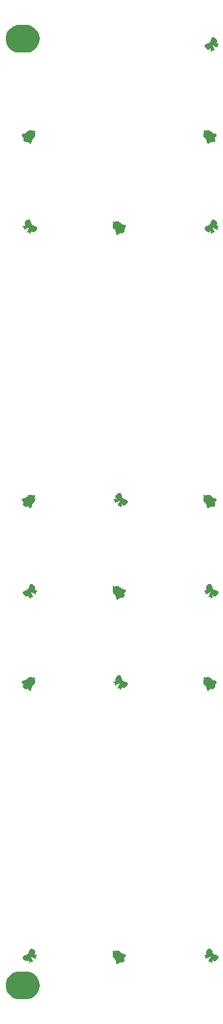
<source format=gbr>
G04 #@! TF.GenerationSoftware,KiCad,Pcbnew,(5.1.2)-2*
G04 #@! TF.CreationDate,2020-04-17T14:25:19-07:00*
G04 #@! TF.ProjectId,panel,70616e65-6c2e-46b6-9963-61645f706362,rev?*
G04 #@! TF.SameCoordinates,Original*
G04 #@! TF.FileFunction,Soldermask,Top*
G04 #@! TF.FilePolarity,Negative*
%FSLAX46Y46*%
G04 Gerber Fmt 4.6, Leading zero omitted, Abs format (unit mm)*
G04 Created by KiCad (PCBNEW (5.1.2)-2) date 2020-04-17 14:25:19*
%MOMM*%
%LPD*%
G04 APERTURE LIST*
%ADD10C,0.010000*%
%ADD11C,0.100000*%
%ADD12C,3.600000*%
G04 APERTURE END LIST*
D10*
G36*
X-341424Y-56700263D02*
G01*
X-238771Y-56717271D01*
X-147911Y-56749473D01*
X-56917Y-56803482D01*
X46138Y-56885906D01*
X127994Y-56960434D01*
X207906Y-57033924D01*
X270330Y-57082993D01*
X330269Y-57114416D01*
X402725Y-57134972D01*
X502700Y-57151437D01*
X571416Y-57160747D01*
X667059Y-57190592D01*
X722891Y-57247664D01*
X736600Y-57309140D01*
X719895Y-57349556D01*
X675697Y-57413001D01*
X612876Y-57487034D01*
X599695Y-57501135D01*
X531627Y-57574279D01*
X493948Y-57621824D01*
X481475Y-57654436D01*
X489022Y-57682778D01*
X501559Y-57703000D01*
X532401Y-57785795D01*
X537823Y-57888037D01*
X518064Y-57985328D01*
X498409Y-58025118D01*
X418715Y-58107872D01*
X316698Y-58159090D01*
X206688Y-58175120D01*
X103014Y-58152312D01*
X70400Y-58134159D01*
X39323Y-58116757D01*
X10624Y-58116145D01*
X-26361Y-58137506D01*
X-82299Y-58186026D01*
X-131465Y-58232295D01*
X-223613Y-58313041D01*
X-294160Y-58356356D01*
X-351910Y-58365502D01*
X-405666Y-58343746D01*
X-414826Y-58337366D01*
X-446128Y-58292697D01*
X-468846Y-58222140D01*
X-471853Y-58204016D01*
X-488871Y-58083612D01*
X-506495Y-57998493D01*
X-531630Y-57933536D01*
X-571178Y-57873616D01*
X-632045Y-57803611D01*
X-676287Y-57756206D01*
X-756054Y-57665260D01*
X-827145Y-57573514D01*
X-878048Y-57496213D01*
X-889956Y-57473244D01*
X-931568Y-57325208D01*
X-930907Y-57169649D01*
X-892983Y-57036008D01*
X-866017Y-56968758D01*
X-861843Y-56923924D01*
X-879703Y-56878909D01*
X-887263Y-56865429D01*
X-912165Y-56813974D01*
X-907499Y-56780616D01*
X-881949Y-56751062D01*
X-845720Y-56722078D01*
X-810312Y-56723667D01*
X-767685Y-56745412D01*
X-721042Y-56767526D01*
X-678912Y-56769569D01*
X-620683Y-56750438D01*
X-586216Y-56735714D01*
X-479401Y-56702056D01*
X-366232Y-56698062D01*
X-341424Y-56700263D01*
X-341424Y-56700263D01*
G37*
X-341424Y-56700263D02*
X-238771Y-56717271D01*
X-147911Y-56749473D01*
X-56917Y-56803482D01*
X46138Y-56885906D01*
X127994Y-56960434D01*
X207906Y-57033924D01*
X270330Y-57082993D01*
X330269Y-57114416D01*
X402725Y-57134972D01*
X502700Y-57151437D01*
X571416Y-57160747D01*
X667059Y-57190592D01*
X722891Y-57247664D01*
X736600Y-57309140D01*
X719895Y-57349556D01*
X675697Y-57413001D01*
X612876Y-57487034D01*
X599695Y-57501135D01*
X531627Y-57574279D01*
X493948Y-57621824D01*
X481475Y-57654436D01*
X489022Y-57682778D01*
X501559Y-57703000D01*
X532401Y-57785795D01*
X537823Y-57888037D01*
X518064Y-57985328D01*
X498409Y-58025118D01*
X418715Y-58107872D01*
X316698Y-58159090D01*
X206688Y-58175120D01*
X103014Y-58152312D01*
X70400Y-58134159D01*
X39323Y-58116757D01*
X10624Y-58116145D01*
X-26361Y-58137506D01*
X-82299Y-58186026D01*
X-131465Y-58232295D01*
X-223613Y-58313041D01*
X-294160Y-58356356D01*
X-351910Y-58365502D01*
X-405666Y-58343746D01*
X-414826Y-58337366D01*
X-446128Y-58292697D01*
X-468846Y-58222140D01*
X-471853Y-58204016D01*
X-488871Y-58083612D01*
X-506495Y-57998493D01*
X-531630Y-57933536D01*
X-571178Y-57873616D01*
X-632045Y-57803611D01*
X-676287Y-57756206D01*
X-756054Y-57665260D01*
X-827145Y-57573514D01*
X-878048Y-57496213D01*
X-889956Y-57473244D01*
X-931568Y-57325208D01*
X-930907Y-57169649D01*
X-892983Y-57036008D01*
X-866017Y-56968758D01*
X-861843Y-56923924D01*
X-879703Y-56878909D01*
X-887263Y-56865429D01*
X-912165Y-56813974D01*
X-907499Y-56780616D01*
X-881949Y-56751062D01*
X-845720Y-56722078D01*
X-810312Y-56723667D01*
X-767685Y-56745412D01*
X-721042Y-56767526D01*
X-678912Y-56769569D01*
X-620683Y-56750438D01*
X-586216Y-56735714D01*
X-479401Y-56702056D01*
X-366232Y-56698062D01*
X-341424Y-56700263D01*
G36*
X-11417965Y-56462541D02*
G01*
X-11320064Y-56510518D01*
X-11224775Y-56584341D01*
X-11139920Y-56677186D01*
X-11073324Y-56782226D01*
X-11032810Y-56892639D01*
X-11024158Y-56965264D01*
X-11044475Y-57044643D01*
X-11108015Y-57101988D01*
X-11216802Y-57139086D01*
X-11222307Y-57140211D01*
X-11287017Y-57159320D01*
X-11316457Y-57180027D01*
X-11306091Y-57195901D01*
X-11265064Y-57200800D01*
X-11205072Y-57206325D01*
X-11119212Y-57220692D01*
X-11022339Y-57240588D01*
X-10929305Y-57262698D01*
X-10854967Y-57283708D01*
X-10814179Y-57300304D01*
X-10812280Y-57301809D01*
X-10817710Y-57327413D01*
X-10854723Y-57371116D01*
X-10885686Y-57398852D01*
X-10941824Y-57448111D01*
X-10965655Y-57485976D01*
X-10964716Y-57532563D01*
X-10953620Y-57580108D01*
X-10941510Y-57646561D01*
X-10942574Y-57689372D01*
X-10946502Y-57695544D01*
X-10974975Y-57688916D01*
X-11039193Y-57662353D01*
X-11130121Y-57619911D01*
X-11238727Y-57565648D01*
X-11258158Y-57555612D01*
X-11380298Y-57493263D01*
X-11465672Y-57452903D01*
X-11521909Y-57431829D01*
X-11556638Y-57427337D01*
X-11577487Y-57436725D01*
X-11581514Y-57441031D01*
X-11597194Y-57479491D01*
X-11591197Y-57536614D01*
X-11561464Y-57618394D01*
X-11505932Y-57730822D01*
X-11442569Y-57845072D01*
X-11391957Y-57936225D01*
X-11352851Y-58011591D01*
X-11331036Y-58059787D01*
X-11328400Y-58069706D01*
X-11351564Y-58082162D01*
X-11415138Y-58081746D01*
X-11452770Y-58077461D01*
X-11528297Y-58069323D01*
X-11571913Y-58076085D01*
X-11601811Y-58104266D01*
X-11623347Y-58138578D01*
X-11669775Y-58196713D01*
X-11712966Y-58216038D01*
X-11744288Y-58193329D01*
X-11747814Y-58185050D01*
X-11768487Y-58114031D01*
X-11791720Y-58014470D01*
X-11813661Y-57905556D01*
X-11830456Y-57806477D01*
X-11838254Y-57736422D01*
X-11838333Y-57734200D01*
X-11840912Y-57688855D01*
X-11846927Y-57681426D01*
X-11859497Y-57715833D01*
X-11878775Y-57785000D01*
X-11921606Y-57907402D01*
X-11972014Y-57982276D01*
X-12032194Y-58012608D01*
X-12046940Y-58013600D01*
X-12160681Y-57995690D01*
X-12273463Y-57946955D01*
X-12378515Y-57874882D01*
X-12469063Y-57786959D01*
X-12538333Y-57690674D01*
X-12579553Y-57593516D01*
X-12585948Y-57502972D01*
X-12563162Y-57442902D01*
X-12501782Y-57383788D01*
X-12402261Y-57326821D01*
X-12277116Y-57277947D01*
X-12145162Y-57244292D01*
X-12054645Y-57222905D01*
X-11998976Y-57196139D01*
X-11962296Y-57155532D01*
X-11954389Y-57142496D01*
X-11911694Y-57087717D01*
X-11866949Y-57057127D01*
X-11865718Y-57056784D01*
X-11833264Y-57031474D01*
X-11807926Y-56969524D01*
X-11792199Y-56899086D01*
X-11757453Y-56762205D01*
X-11708753Y-56637199D01*
X-11652086Y-56536752D01*
X-11593440Y-56473547D01*
X-11590305Y-56471422D01*
X-11510653Y-56447234D01*
X-11417965Y-56462541D01*
X-11417965Y-56462541D01*
G37*
X-11417965Y-56462541D02*
X-11320064Y-56510518D01*
X-11224775Y-56584341D01*
X-11139920Y-56677186D01*
X-11073324Y-56782226D01*
X-11032810Y-56892639D01*
X-11024158Y-56965264D01*
X-11044475Y-57044643D01*
X-11108015Y-57101988D01*
X-11216802Y-57139086D01*
X-11222307Y-57140211D01*
X-11287017Y-57159320D01*
X-11316457Y-57180027D01*
X-11306091Y-57195901D01*
X-11265064Y-57200800D01*
X-11205072Y-57206325D01*
X-11119212Y-57220692D01*
X-11022339Y-57240588D01*
X-10929305Y-57262698D01*
X-10854967Y-57283708D01*
X-10814179Y-57300304D01*
X-10812280Y-57301809D01*
X-10817710Y-57327413D01*
X-10854723Y-57371116D01*
X-10885686Y-57398852D01*
X-10941824Y-57448111D01*
X-10965655Y-57485976D01*
X-10964716Y-57532563D01*
X-10953620Y-57580108D01*
X-10941510Y-57646561D01*
X-10942574Y-57689372D01*
X-10946502Y-57695544D01*
X-10974975Y-57688916D01*
X-11039193Y-57662353D01*
X-11130121Y-57619911D01*
X-11238727Y-57565648D01*
X-11258158Y-57555612D01*
X-11380298Y-57493263D01*
X-11465672Y-57452903D01*
X-11521909Y-57431829D01*
X-11556638Y-57427337D01*
X-11577487Y-57436725D01*
X-11581514Y-57441031D01*
X-11597194Y-57479491D01*
X-11591197Y-57536614D01*
X-11561464Y-57618394D01*
X-11505932Y-57730822D01*
X-11442569Y-57845072D01*
X-11391957Y-57936225D01*
X-11352851Y-58011591D01*
X-11331036Y-58059787D01*
X-11328400Y-58069706D01*
X-11351564Y-58082162D01*
X-11415138Y-58081746D01*
X-11452770Y-58077461D01*
X-11528297Y-58069323D01*
X-11571913Y-58076085D01*
X-11601811Y-58104266D01*
X-11623347Y-58138578D01*
X-11669775Y-58196713D01*
X-11712966Y-58216038D01*
X-11744288Y-58193329D01*
X-11747814Y-58185050D01*
X-11768487Y-58114031D01*
X-11791720Y-58014470D01*
X-11813661Y-57905556D01*
X-11830456Y-57806477D01*
X-11838254Y-57736422D01*
X-11838333Y-57734200D01*
X-11840912Y-57688855D01*
X-11846927Y-57681426D01*
X-11859497Y-57715833D01*
X-11878775Y-57785000D01*
X-11921606Y-57907402D01*
X-11972014Y-57982276D01*
X-12032194Y-58012608D01*
X-12046940Y-58013600D01*
X-12160681Y-57995690D01*
X-12273463Y-57946955D01*
X-12378515Y-57874882D01*
X-12469063Y-57786959D01*
X-12538333Y-57690674D01*
X-12579553Y-57593516D01*
X-12585948Y-57502972D01*
X-12563162Y-57442902D01*
X-12501782Y-57383788D01*
X-12402261Y-57326821D01*
X-12277116Y-57277947D01*
X-12145162Y-57244292D01*
X-12054645Y-57222905D01*
X-11998976Y-57196139D01*
X-11962296Y-57155532D01*
X-11954389Y-57142496D01*
X-11911694Y-57087717D01*
X-11866949Y-57057127D01*
X-11865718Y-57056784D01*
X-11833264Y-57031474D01*
X-11807926Y-56969524D01*
X-11792199Y-56899086D01*
X-11757453Y-56762205D01*
X-11708753Y-56637199D01*
X-11652086Y-56536752D01*
X-11593440Y-56473547D01*
X-11590305Y-56471422D01*
X-11510653Y-56447234D01*
X-11417965Y-56462541D01*
G36*
X11760910Y-56462683D02*
G01*
X11829243Y-56528565D01*
X11891056Y-56627793D01*
X11941144Y-56751714D01*
X11974303Y-56891676D01*
X11977699Y-56915050D01*
X11993306Y-56992919D01*
X12013539Y-57040084D01*
X12025744Y-57048400D01*
X12064766Y-57066795D01*
X12113112Y-57109775D01*
X12152888Y-57159028D01*
X12166600Y-57192549D01*
X12189409Y-57210400D01*
X12247737Y-57226932D01*
X12293574Y-57234162D01*
X12423177Y-57260404D01*
X12545497Y-57304573D01*
X12650824Y-57361025D01*
X12729448Y-57424116D01*
X12771661Y-57488202D01*
X12776200Y-57514708D01*
X12753960Y-57617782D01*
X12693863Y-57726902D01*
X12605842Y-57830888D01*
X12499831Y-57918561D01*
X12385762Y-57978740D01*
X12354981Y-57988793D01*
X12246219Y-58006739D01*
X12168533Y-57987455D01*
X12115124Y-57927566D01*
X12087487Y-57856018D01*
X12059605Y-57771693D01*
X12036252Y-57726374D01*
X12020196Y-57723440D01*
X12014200Y-57766269D01*
X12014200Y-57766498D01*
X12008334Y-57840010D01*
X11992956Y-57931378D01*
X11971390Y-58027605D01*
X11946962Y-58115690D01*
X11922997Y-58182638D01*
X11902820Y-58215448D01*
X11898996Y-58216800D01*
X11865392Y-58198132D01*
X11818832Y-58151397D01*
X11802477Y-58131118D01*
X11758230Y-58077945D01*
X11721122Y-58058205D01*
X11668688Y-58064049D01*
X11635162Y-58072652D01*
X11568407Y-58086305D01*
X11524518Y-58087597D01*
X11518173Y-58084840D01*
X11523822Y-58058134D01*
X11549873Y-57995596D01*
X11592342Y-57905959D01*
X11647247Y-57797957D01*
X11660429Y-57772920D01*
X11724137Y-57651167D01*
X11766000Y-57565865D01*
X11788815Y-57509042D01*
X11795380Y-57472728D01*
X11788494Y-57448952D01*
X11778432Y-57436746D01*
X11758373Y-57422684D01*
X11730820Y-57420340D01*
X11687722Y-57432492D01*
X11621031Y-57461921D01*
X11522696Y-57511406D01*
X11445492Y-57551705D01*
X11335426Y-57607378D01*
X11241978Y-57650612D01*
X11173887Y-57677661D01*
X11139890Y-57684779D01*
X11137970Y-57683513D01*
X11132807Y-57645940D01*
X11137280Y-57580637D01*
X11140019Y-57561569D01*
X11146150Y-57493298D01*
X11129694Y-57450298D01*
X11081004Y-57408713D01*
X11077066Y-57405898D01*
X11020902Y-57359748D01*
X11002266Y-57324053D01*
X11024326Y-57295139D01*
X11090247Y-57269329D01*
X11203196Y-57242951D01*
X11220450Y-57239495D01*
X11350008Y-57213296D01*
X11433916Y-57193961D01*
X11476468Y-57179070D01*
X11481957Y-57166202D01*
X11454677Y-57152936D01*
X11401370Y-57137506D01*
X11312555Y-57111764D01*
X11260687Y-57088395D01*
X11233139Y-57058679D01*
X11217284Y-57013891D01*
X11216191Y-57009588D01*
X11214235Y-56905701D01*
X11250981Y-56792670D01*
X11318087Y-56680519D01*
X11407209Y-56579271D01*
X11510006Y-56498950D01*
X11618133Y-56449579D01*
X11691260Y-56438800D01*
X11760910Y-56462683D01*
X11760910Y-56462683D01*
G37*
X11760910Y-56462683D02*
X11829243Y-56528565D01*
X11891056Y-56627793D01*
X11941144Y-56751714D01*
X11974303Y-56891676D01*
X11977699Y-56915050D01*
X11993306Y-56992919D01*
X12013539Y-57040084D01*
X12025744Y-57048400D01*
X12064766Y-57066795D01*
X12113112Y-57109775D01*
X12152888Y-57159028D01*
X12166600Y-57192549D01*
X12189409Y-57210400D01*
X12247737Y-57226932D01*
X12293574Y-57234162D01*
X12423177Y-57260404D01*
X12545497Y-57304573D01*
X12650824Y-57361025D01*
X12729448Y-57424116D01*
X12771661Y-57488202D01*
X12776200Y-57514708D01*
X12753960Y-57617782D01*
X12693863Y-57726902D01*
X12605842Y-57830888D01*
X12499831Y-57918561D01*
X12385762Y-57978740D01*
X12354981Y-57988793D01*
X12246219Y-58006739D01*
X12168533Y-57987455D01*
X12115124Y-57927566D01*
X12087487Y-57856018D01*
X12059605Y-57771693D01*
X12036252Y-57726374D01*
X12020196Y-57723440D01*
X12014200Y-57766269D01*
X12014200Y-57766498D01*
X12008334Y-57840010D01*
X11992956Y-57931378D01*
X11971390Y-58027605D01*
X11946962Y-58115690D01*
X11922997Y-58182638D01*
X11902820Y-58215448D01*
X11898996Y-58216800D01*
X11865392Y-58198132D01*
X11818832Y-58151397D01*
X11802477Y-58131118D01*
X11758230Y-58077945D01*
X11721122Y-58058205D01*
X11668688Y-58064049D01*
X11635162Y-58072652D01*
X11568407Y-58086305D01*
X11524518Y-58087597D01*
X11518173Y-58084840D01*
X11523822Y-58058134D01*
X11549873Y-57995596D01*
X11592342Y-57905959D01*
X11647247Y-57797957D01*
X11660429Y-57772920D01*
X11724137Y-57651167D01*
X11766000Y-57565865D01*
X11788815Y-57509042D01*
X11795380Y-57472728D01*
X11788494Y-57448952D01*
X11778432Y-57436746D01*
X11758373Y-57422684D01*
X11730820Y-57420340D01*
X11687722Y-57432492D01*
X11621031Y-57461921D01*
X11522696Y-57511406D01*
X11445492Y-57551705D01*
X11335426Y-57607378D01*
X11241978Y-57650612D01*
X11173887Y-57677661D01*
X11139890Y-57684779D01*
X11137970Y-57683513D01*
X11132807Y-57645940D01*
X11137280Y-57580637D01*
X11140019Y-57561569D01*
X11146150Y-57493298D01*
X11129694Y-57450298D01*
X11081004Y-57408713D01*
X11077066Y-57405898D01*
X11020902Y-57359748D01*
X11002266Y-57324053D01*
X11024326Y-57295139D01*
X11090247Y-57269329D01*
X11203196Y-57242951D01*
X11220450Y-57239495D01*
X11350008Y-57213296D01*
X11433916Y-57193961D01*
X11476468Y-57179070D01*
X11481957Y-57166202D01*
X11454677Y-57152936D01*
X11401370Y-57137506D01*
X11312555Y-57111764D01*
X11260687Y-57088395D01*
X11233139Y-57058679D01*
X11217284Y-57013891D01*
X11216191Y-57009588D01*
X11214235Y-56905701D01*
X11250981Y-56792670D01*
X11318087Y-56680519D01*
X11407209Y-56579271D01*
X11510006Y-56498950D01*
X11618133Y-56449579D01*
X11691260Y-56438800D01*
X11760910Y-56462683D01*
G36*
X-11511448Y-21351137D02*
G01*
X-11414776Y-21380344D01*
X-11335300Y-21407813D01*
X-11285647Y-21414954D01*
X-11249714Y-21403160D01*
X-11238471Y-21395606D01*
X-11173415Y-21364122D01*
X-11124260Y-21379505D01*
X-11098670Y-21414312D01*
X-11084610Y-21464828D01*
X-11110650Y-21511706D01*
X-11113729Y-21515157D01*
X-11140586Y-21552059D01*
X-11141372Y-21589064D01*
X-11117857Y-21646394D01*
X-11065438Y-21801723D01*
X-11059428Y-21950858D01*
X-11100787Y-22098006D01*
X-11190478Y-22247373D01*
X-11279231Y-22352000D01*
X-11374271Y-22456745D01*
X-11438888Y-22539926D01*
X-11480153Y-22614253D01*
X-11505138Y-22692436D01*
X-11520787Y-22786177D01*
X-11546664Y-22908438D01*
X-11587861Y-22982675D01*
X-11645326Y-23009142D01*
X-11720008Y-22988093D01*
X-11812855Y-22919782D01*
X-11858166Y-22876380D01*
X-11992496Y-22740360D01*
X-12085898Y-22788603D01*
X-12202486Y-22823015D01*
X-12317370Y-22811384D01*
X-12419255Y-22757557D01*
X-12496851Y-22665376D01*
X-12507312Y-22645123D01*
X-12542215Y-22542679D01*
X-12538511Y-22448672D01*
X-12505766Y-22360418D01*
X-12463932Y-22272259D01*
X-12594666Y-22139881D01*
X-12682371Y-22037250D01*
X-12723073Y-21953589D01*
X-12716429Y-21887777D01*
X-12662097Y-21838694D01*
X-12559732Y-21805220D01*
X-12488561Y-21793753D01*
X-12404960Y-21782272D01*
X-12342352Y-21767686D01*
X-12288398Y-21743240D01*
X-12230759Y-21702179D01*
X-12157093Y-21637745D01*
X-12089662Y-21575378D01*
X-11936964Y-21450998D01*
X-11793671Y-21373313D01*
X-11653820Y-21340600D01*
X-11511448Y-21351137D01*
X-11511448Y-21351137D01*
G37*
X-11511448Y-21351137D02*
X-11414776Y-21380344D01*
X-11335300Y-21407813D01*
X-11285647Y-21414954D01*
X-11249714Y-21403160D01*
X-11238471Y-21395606D01*
X-11173415Y-21364122D01*
X-11124260Y-21379505D01*
X-11098670Y-21414312D01*
X-11084610Y-21464828D01*
X-11110650Y-21511706D01*
X-11113729Y-21515157D01*
X-11140586Y-21552059D01*
X-11141372Y-21589064D01*
X-11117857Y-21646394D01*
X-11065438Y-21801723D01*
X-11059428Y-21950858D01*
X-11100787Y-22098006D01*
X-11190478Y-22247373D01*
X-11279231Y-22352000D01*
X-11374271Y-22456745D01*
X-11438888Y-22539926D01*
X-11480153Y-22614253D01*
X-11505138Y-22692436D01*
X-11520787Y-22786177D01*
X-11546664Y-22908438D01*
X-11587861Y-22982675D01*
X-11645326Y-23009142D01*
X-11720008Y-22988093D01*
X-11812855Y-22919782D01*
X-11858166Y-22876380D01*
X-11992496Y-22740360D01*
X-12085898Y-22788603D01*
X-12202486Y-22823015D01*
X-12317370Y-22811384D01*
X-12419255Y-22757557D01*
X-12496851Y-22665376D01*
X-12507312Y-22645123D01*
X-12542215Y-22542679D01*
X-12538511Y-22448672D01*
X-12505766Y-22360418D01*
X-12463932Y-22272259D01*
X-12594666Y-22139881D01*
X-12682371Y-22037250D01*
X-12723073Y-21953589D01*
X-12716429Y-21887777D01*
X-12662097Y-21838694D01*
X-12559732Y-21805220D01*
X-12488561Y-21793753D01*
X-12404960Y-21782272D01*
X-12342352Y-21767686D01*
X-12288398Y-21743240D01*
X-12230759Y-21702179D01*
X-12157093Y-21637745D01*
X-12089662Y-21575378D01*
X-11936964Y-21450998D01*
X-11793671Y-21373313D01*
X-11653820Y-21340600D01*
X-11511448Y-21351137D01*
G36*
X11499478Y-21354640D02*
G01*
X11610178Y-21377018D01*
X11651731Y-21394389D01*
X11708765Y-21432461D01*
X11787347Y-21494495D01*
X11872855Y-21568779D01*
X11895268Y-21589449D01*
X12003347Y-21684577D01*
X12091604Y-21746037D01*
X12171737Y-21780001D01*
X12255440Y-21792641D01*
X12281358Y-21793200D01*
X12388295Y-21808066D01*
X12467258Y-21848269D01*
X12511665Y-21907216D01*
X12514931Y-21978312D01*
X12500913Y-22013084D01*
X12469350Y-22055597D01*
X12414022Y-22117419D01*
X12362960Y-22169304D01*
X12250612Y-22278709D01*
X12299720Y-22377964D01*
X12330232Y-22491047D01*
X12315485Y-22602146D01*
X12260363Y-22701136D01*
X12169750Y-22777890D01*
X12090247Y-22812246D01*
X12018245Y-22827873D01*
X11958215Y-22820368D01*
X11891950Y-22791991D01*
X11791661Y-22742372D01*
X11651164Y-22877386D01*
X11559844Y-22957960D01*
X11489490Y-23000560D01*
X11431343Y-23008409D01*
X11376647Y-22984730D01*
X11370774Y-22980566D01*
X11339472Y-22935897D01*
X11316754Y-22865340D01*
X11313747Y-22847216D01*
X11296714Y-22726741D01*
X11279156Y-22641677D01*
X11254295Y-22577023D01*
X11215354Y-22517776D01*
X11155557Y-22448935D01*
X11113434Y-22403794D01*
X11035396Y-22316634D01*
X10966209Y-22232115D01*
X10917210Y-22164339D01*
X10906414Y-22146232D01*
X10875433Y-22053591D01*
X10860803Y-21935321D01*
X10862755Y-21811836D01*
X10881521Y-21703552D01*
X10900839Y-21654570D01*
X10926347Y-21597979D01*
X10923707Y-21557217D01*
X10903633Y-21521416D01*
X10880351Y-21455855D01*
X10892863Y-21402348D01*
X10930940Y-21371516D01*
X10984354Y-21373977D01*
X11022236Y-21398266D01*
X11057240Y-21424498D01*
X11090892Y-21425670D01*
X11144228Y-21401397D01*
X11154640Y-21395852D01*
X11250647Y-21364119D01*
X11372613Y-21350361D01*
X11499478Y-21354640D01*
X11499478Y-21354640D01*
G37*
X11499478Y-21354640D02*
X11610178Y-21377018D01*
X11651731Y-21394389D01*
X11708765Y-21432461D01*
X11787347Y-21494495D01*
X11872855Y-21568779D01*
X11895268Y-21589449D01*
X12003347Y-21684577D01*
X12091604Y-21746037D01*
X12171737Y-21780001D01*
X12255440Y-21792641D01*
X12281358Y-21793200D01*
X12388295Y-21808066D01*
X12467258Y-21848269D01*
X12511665Y-21907216D01*
X12514931Y-21978312D01*
X12500913Y-22013084D01*
X12469350Y-22055597D01*
X12414022Y-22117419D01*
X12362960Y-22169304D01*
X12250612Y-22278709D01*
X12299720Y-22377964D01*
X12330232Y-22491047D01*
X12315485Y-22602146D01*
X12260363Y-22701136D01*
X12169750Y-22777890D01*
X12090247Y-22812246D01*
X12018245Y-22827873D01*
X11958215Y-22820368D01*
X11891950Y-22791991D01*
X11791661Y-22742372D01*
X11651164Y-22877386D01*
X11559844Y-22957960D01*
X11489490Y-23000560D01*
X11431343Y-23008409D01*
X11376647Y-22984730D01*
X11370774Y-22980566D01*
X11339472Y-22935897D01*
X11316754Y-22865340D01*
X11313747Y-22847216D01*
X11296714Y-22726741D01*
X11279156Y-22641677D01*
X11254295Y-22577023D01*
X11215354Y-22517776D01*
X11155557Y-22448935D01*
X11113434Y-22403794D01*
X11035396Y-22316634D01*
X10966209Y-22232115D01*
X10917210Y-22164339D01*
X10906414Y-22146232D01*
X10875433Y-22053591D01*
X10860803Y-21935321D01*
X10862755Y-21811836D01*
X10881521Y-21703552D01*
X10900839Y-21654570D01*
X10926347Y-21597979D01*
X10923707Y-21557217D01*
X10903633Y-21521416D01*
X10880351Y-21455855D01*
X10892863Y-21402348D01*
X10930940Y-21371516D01*
X10984354Y-21373977D01*
X11022236Y-21398266D01*
X11057240Y-21424498D01*
X11090892Y-21425670D01*
X11144228Y-21401397D01*
X11154640Y-21395852D01*
X11250647Y-21364119D01*
X11372613Y-21350361D01*
X11499478Y-21354640D01*
G36*
X-62251Y-21092099D02*
G01*
X-12278Y-21118042D01*
X-11476Y-21118566D01*
X52390Y-21184845D01*
X111103Y-21292038D01*
X160055Y-21430262D01*
X186659Y-21543403D01*
X205917Y-21622166D01*
X227263Y-21675911D01*
X242683Y-21691600D01*
X279484Y-21709726D01*
X326614Y-21751958D01*
X366310Y-21800076D01*
X381000Y-21833475D01*
X403799Y-21850719D01*
X462976Y-21870778D01*
X529196Y-21885940D01*
X683636Y-21925013D01*
X814159Y-21977165D01*
X910882Y-22037788D01*
X954033Y-22084075D01*
X980497Y-22166977D01*
X966502Y-22261429D01*
X918717Y-22360009D01*
X843807Y-22455297D01*
X748441Y-22539874D01*
X639284Y-22606317D01*
X523005Y-22647207D01*
X439590Y-22656658D01*
X377804Y-22633040D01*
X326037Y-22568187D01*
X291561Y-22471586D01*
X289344Y-22460544D01*
X271064Y-22395841D01*
X250495Y-22364485D01*
X234197Y-22371582D01*
X228600Y-22413279D01*
X222624Y-22487377D01*
X206959Y-22578918D01*
X185002Y-22674880D01*
X160147Y-22762242D01*
X135790Y-22827982D01*
X115326Y-22859081D01*
X112111Y-22860000D01*
X77362Y-22840942D01*
X32977Y-22793897D01*
X24008Y-22781845D01*
X-13058Y-22735437D01*
X-49375Y-22715168D01*
X-104387Y-22714418D01*
X-155522Y-22720729D01*
X-226563Y-22727722D01*
X-271375Y-22726793D01*
X-279400Y-22722508D01*
X-268152Y-22695529D01*
X-237416Y-22632754D01*
X-191707Y-22543158D01*
X-135541Y-22435718D01*
X-127414Y-22420354D01*
X-65189Y-22301672D01*
X-24569Y-22219255D01*
X-2798Y-22164791D01*
X2884Y-22129969D01*
X-4767Y-22106476D01*
X-18075Y-22090811D01*
X-38462Y-22074775D01*
X-63781Y-22069859D01*
X-102325Y-22078792D01*
X-162386Y-22104305D01*
X-252258Y-22149129D01*
X-349964Y-22200081D01*
X-459443Y-22257082D01*
X-552009Y-22304332D01*
X-618787Y-22337369D01*
X-650902Y-22351731D01*
X-652186Y-22352000D01*
X-656530Y-22329439D01*
X-653302Y-22271830D01*
X-648130Y-22228121D01*
X-640213Y-22152118D01*
X-647772Y-22106691D01*
X-677425Y-22072394D01*
X-709246Y-22048591D01*
X-760250Y-22004360D01*
X-786466Y-21966157D01*
X-787400Y-21960488D01*
X-764465Y-21941056D01*
X-704302Y-21917167D01*
X-619880Y-21892180D01*
X-524168Y-21869457D01*
X-430133Y-21852360D01*
X-350743Y-21844248D01*
X-337945Y-21844000D01*
X-292287Y-21838711D01*
X-295975Y-21823028D01*
X-348687Y-21797225D01*
X-425394Y-21769659D01*
X-517030Y-21726745D01*
X-566178Y-21668240D01*
X-576971Y-21585429D01*
X-558804Y-21488414D01*
X-508456Y-21378749D01*
X-423737Y-21270046D01*
X-319148Y-21177131D01*
X-209190Y-21114827D01*
X-185302Y-21106575D01*
X-112077Y-21088819D01*
X-62251Y-21092099D01*
X-62251Y-21092099D01*
G37*
X-62251Y-21092099D02*
X-12278Y-21118042D01*
X-11476Y-21118566D01*
X52390Y-21184845D01*
X111103Y-21292038D01*
X160055Y-21430262D01*
X186659Y-21543403D01*
X205917Y-21622166D01*
X227263Y-21675911D01*
X242683Y-21691600D01*
X279484Y-21709726D01*
X326614Y-21751958D01*
X366310Y-21800076D01*
X381000Y-21833475D01*
X403799Y-21850719D01*
X462976Y-21870778D01*
X529196Y-21885940D01*
X683636Y-21925013D01*
X814159Y-21977165D01*
X910882Y-22037788D01*
X954033Y-22084075D01*
X980497Y-22166977D01*
X966502Y-22261429D01*
X918717Y-22360009D01*
X843807Y-22455297D01*
X748441Y-22539874D01*
X639284Y-22606317D01*
X523005Y-22647207D01*
X439590Y-22656658D01*
X377804Y-22633040D01*
X326037Y-22568187D01*
X291561Y-22471586D01*
X289344Y-22460544D01*
X271064Y-22395841D01*
X250495Y-22364485D01*
X234197Y-22371582D01*
X228600Y-22413279D01*
X222624Y-22487377D01*
X206959Y-22578918D01*
X185002Y-22674880D01*
X160147Y-22762242D01*
X135790Y-22827982D01*
X115326Y-22859081D01*
X112111Y-22860000D01*
X77362Y-22840942D01*
X32977Y-22793897D01*
X24008Y-22781845D01*
X-13058Y-22735437D01*
X-49375Y-22715168D01*
X-104387Y-22714418D01*
X-155522Y-22720729D01*
X-226563Y-22727722D01*
X-271375Y-22726793D01*
X-279400Y-22722508D01*
X-268152Y-22695529D01*
X-237416Y-22632754D01*
X-191707Y-22543158D01*
X-135541Y-22435718D01*
X-127414Y-22420354D01*
X-65189Y-22301672D01*
X-24569Y-22219255D01*
X-2798Y-22164791D01*
X2884Y-22129969D01*
X-4767Y-22106476D01*
X-18075Y-22090811D01*
X-38462Y-22074775D01*
X-63781Y-22069859D01*
X-102325Y-22078792D01*
X-162386Y-22104305D01*
X-252258Y-22149129D01*
X-349964Y-22200081D01*
X-459443Y-22257082D01*
X-552009Y-22304332D01*
X-618787Y-22337369D01*
X-650902Y-22351731D01*
X-652186Y-22352000D01*
X-656530Y-22329439D01*
X-653302Y-22271830D01*
X-648130Y-22228121D01*
X-640213Y-22152118D01*
X-647772Y-22106691D01*
X-677425Y-22072394D01*
X-709246Y-22048591D01*
X-760250Y-22004360D01*
X-786466Y-21966157D01*
X-787400Y-21960488D01*
X-764465Y-21941056D01*
X-704302Y-21917167D01*
X-619880Y-21892180D01*
X-524168Y-21869457D01*
X-430133Y-21852360D01*
X-350743Y-21844248D01*
X-337945Y-21844000D01*
X-292287Y-21838711D01*
X-295975Y-21823028D01*
X-348687Y-21797225D01*
X-425394Y-21769659D01*
X-517030Y-21726745D01*
X-566178Y-21668240D01*
X-576971Y-21585429D01*
X-558804Y-21488414D01*
X-508456Y-21378749D01*
X-423737Y-21270046D01*
X-319148Y-21177131D01*
X-209190Y-21114827D01*
X-185302Y-21106575D01*
X-112077Y-21088819D01*
X-62251Y-21092099D01*
G36*
X-233327Y-9574527D02*
G01*
X-144002Y-9613498D01*
X-37291Y-9688539D01*
X55116Y-9768521D01*
X163662Y-9865138D01*
X248949Y-9931539D01*
X322799Y-9974250D01*
X397031Y-9999799D01*
X483468Y-10014713D01*
X505584Y-10017246D01*
X623714Y-10042700D01*
X701624Y-10087857D01*
X735455Y-10150234D01*
X736600Y-10165822D01*
X719843Y-10206351D01*
X675412Y-10270076D01*
X612066Y-10344790D01*
X595367Y-10362639D01*
X531920Y-10434089D01*
X490638Y-10490592D01*
X477815Y-10523184D01*
X480126Y-10526771D01*
X503792Y-10560249D01*
X527615Y-10621152D01*
X530412Y-10630817D01*
X540426Y-10749117D01*
X509044Y-10856302D01*
X444708Y-10945085D01*
X355863Y-11008181D01*
X250954Y-11038305D01*
X138424Y-11028170D01*
X90812Y-11010105D01*
X-1113Y-10966483D01*
X-138737Y-11096641D01*
X-229252Y-11175139D01*
X-298789Y-11215942D01*
X-356502Y-11222256D01*
X-411545Y-11197282D01*
X-416413Y-11193806D01*
X-451477Y-11139949D01*
X-475918Y-11038597D01*
X-479850Y-11009656D01*
X-496111Y-10907020D01*
X-521414Y-10825215D01*
X-563386Y-10749772D01*
X-629655Y-10666219D01*
X-703055Y-10586174D01*
X-822817Y-10442238D01*
X-898132Y-10308240D01*
X-932295Y-10176751D01*
X-932293Y-10069198D01*
X-916949Y-9976894D01*
X-893647Y-9894095D01*
X-881261Y-9865054D01*
X-858008Y-9809173D01*
X-863880Y-9766997D01*
X-881967Y-9735816D01*
X-905249Y-9670255D01*
X-892737Y-9616748D01*
X-854660Y-9585916D01*
X-801246Y-9588377D01*
X-763364Y-9612666D01*
X-726521Y-9639583D01*
X-690490Y-9639358D01*
X-637748Y-9615320D01*
X-503086Y-9569785D01*
X-352830Y-9557489D01*
X-233327Y-9574527D01*
X-233327Y-9574527D01*
G37*
X-233327Y-9574527D02*
X-144002Y-9613498D01*
X-37291Y-9688539D01*
X55116Y-9768521D01*
X163662Y-9865138D01*
X248949Y-9931539D01*
X322799Y-9974250D01*
X397031Y-9999799D01*
X483468Y-10014713D01*
X505584Y-10017246D01*
X623714Y-10042700D01*
X701624Y-10087857D01*
X735455Y-10150234D01*
X736600Y-10165822D01*
X719843Y-10206351D01*
X675412Y-10270076D01*
X612066Y-10344790D01*
X595367Y-10362639D01*
X531920Y-10434089D01*
X490638Y-10490592D01*
X477815Y-10523184D01*
X480126Y-10526771D01*
X503792Y-10560249D01*
X527615Y-10621152D01*
X530412Y-10630817D01*
X540426Y-10749117D01*
X509044Y-10856302D01*
X444708Y-10945085D01*
X355863Y-11008181D01*
X250954Y-11038305D01*
X138424Y-11028170D01*
X90812Y-11010105D01*
X-1113Y-10966483D01*
X-138737Y-11096641D01*
X-229252Y-11175139D01*
X-298789Y-11215942D01*
X-356502Y-11222256D01*
X-411545Y-11197282D01*
X-416413Y-11193806D01*
X-451477Y-11139949D01*
X-475918Y-11038597D01*
X-479850Y-11009656D01*
X-496111Y-10907020D01*
X-521414Y-10825215D01*
X-563386Y-10749772D01*
X-629655Y-10666219D01*
X-703055Y-10586174D01*
X-822817Y-10442238D01*
X-898132Y-10308240D01*
X-932295Y-10176751D01*
X-932293Y-10069198D01*
X-916949Y-9976894D01*
X-893647Y-9894095D01*
X-881261Y-9865054D01*
X-858008Y-9809173D01*
X-863880Y-9766997D01*
X-881967Y-9735816D01*
X-905249Y-9670255D01*
X-892737Y-9616748D01*
X-854660Y-9585916D01*
X-801246Y-9588377D01*
X-763364Y-9612666D01*
X-726521Y-9639583D01*
X-690490Y-9639358D01*
X-637748Y-9615320D01*
X-503086Y-9569785D01*
X-352830Y-9557489D01*
X-233327Y-9574527D01*
G36*
X-11403889Y-9325648D02*
G01*
X-11304584Y-9379173D01*
X-11209048Y-9457093D01*
X-11125544Y-9552123D01*
X-11062333Y-9656979D01*
X-11027678Y-9764377D01*
X-11023600Y-9812151D01*
X-11044346Y-9902866D01*
X-11106880Y-9965142D01*
X-11211567Y-9999409D01*
X-11283239Y-10016849D01*
X-11315099Y-10036308D01*
X-11304097Y-10052585D01*
X-11247350Y-10060472D01*
X-11170165Y-10067968D01*
X-11076102Y-10084939D01*
X-10978709Y-10107860D01*
X-10891535Y-10133208D01*
X-10828130Y-10157458D01*
X-10802257Y-10176247D01*
X-10815778Y-10206212D01*
X-10861211Y-10246537D01*
X-10882718Y-10260869D01*
X-10946297Y-10307993D01*
X-10969479Y-10355475D01*
X-10958250Y-10421504D01*
X-10946457Y-10454582D01*
X-10934052Y-10511002D01*
X-10941433Y-10545192D01*
X-10970649Y-10542095D01*
X-11035447Y-10518492D01*
X-11126781Y-10478150D01*
X-11235605Y-10424833D01*
X-11256696Y-10413970D01*
X-11379306Y-10351390D01*
X-11465111Y-10310830D01*
X-11521690Y-10289590D01*
X-11556621Y-10284975D01*
X-11577479Y-10294286D01*
X-11581318Y-10298395D01*
X-11597281Y-10328341D01*
X-11597770Y-10368248D01*
X-11580173Y-10425734D01*
X-11541874Y-10508417D01*
X-11480259Y-10623918D01*
X-11452477Y-10673909D01*
X-11399887Y-10770601D01*
X-11358350Y-10852064D01*
X-11333289Y-10907372D01*
X-11328400Y-10923942D01*
X-11351157Y-10940245D01*
X-11420235Y-10939426D01*
X-11449050Y-10936010D01*
X-11523832Y-10928682D01*
X-11567930Y-10937148D01*
X-11600672Y-10968288D01*
X-11620500Y-10997054D01*
X-11671300Y-11055732D01*
X-11715726Y-11073035D01*
X-11746922Y-11046563D01*
X-11748845Y-11041955D01*
X-11758794Y-11004023D01*
X-11775234Y-10928955D01*
X-11795424Y-10829569D01*
X-11807078Y-10769480D01*
X-11852862Y-10529450D01*
X-11884639Y-10655875D01*
X-11921788Y-10770081D01*
X-11969162Y-10838639D01*
X-12035265Y-10866671D01*
X-12128601Y-10859300D01*
X-12193974Y-10842207D01*
X-12319963Y-10782806D01*
X-12429871Y-10690693D01*
X-12514309Y-10577354D01*
X-12563887Y-10454272D01*
X-12573000Y-10378641D01*
X-12559968Y-10302725D01*
X-12512279Y-10247493D01*
X-12502130Y-10239994D01*
X-12432185Y-10200973D01*
X-12334599Y-10159464D01*
X-12227546Y-10121845D01*
X-12129199Y-10094498D01*
X-12057730Y-10083801D01*
X-12057179Y-10083800D01*
X-11996295Y-10060725D01*
X-11967852Y-10019925D01*
X-11923244Y-9960646D01*
X-11877624Y-9928201D01*
X-11837652Y-9898385D01*
X-11809799Y-9844060D01*
X-11788081Y-9757125D01*
X-11755112Y-9630742D01*
X-11709951Y-9511024D01*
X-11658448Y-9410279D01*
X-11606453Y-9340813D01*
X-11580759Y-9320921D01*
X-11498702Y-9303802D01*
X-11403889Y-9325648D01*
X-11403889Y-9325648D01*
G37*
X-11403889Y-9325648D02*
X-11304584Y-9379173D01*
X-11209048Y-9457093D01*
X-11125544Y-9552123D01*
X-11062333Y-9656979D01*
X-11027678Y-9764377D01*
X-11023600Y-9812151D01*
X-11044346Y-9902866D01*
X-11106880Y-9965142D01*
X-11211567Y-9999409D01*
X-11283239Y-10016849D01*
X-11315099Y-10036308D01*
X-11304097Y-10052585D01*
X-11247350Y-10060472D01*
X-11170165Y-10067968D01*
X-11076102Y-10084939D01*
X-10978709Y-10107860D01*
X-10891535Y-10133208D01*
X-10828130Y-10157458D01*
X-10802257Y-10176247D01*
X-10815778Y-10206212D01*
X-10861211Y-10246537D01*
X-10882718Y-10260869D01*
X-10946297Y-10307993D01*
X-10969479Y-10355475D01*
X-10958250Y-10421504D01*
X-10946457Y-10454582D01*
X-10934052Y-10511002D01*
X-10941433Y-10545192D01*
X-10970649Y-10542095D01*
X-11035447Y-10518492D01*
X-11126781Y-10478150D01*
X-11235605Y-10424833D01*
X-11256696Y-10413970D01*
X-11379306Y-10351390D01*
X-11465111Y-10310830D01*
X-11521690Y-10289590D01*
X-11556621Y-10284975D01*
X-11577479Y-10294286D01*
X-11581318Y-10298395D01*
X-11597281Y-10328341D01*
X-11597770Y-10368248D01*
X-11580173Y-10425734D01*
X-11541874Y-10508417D01*
X-11480259Y-10623918D01*
X-11452477Y-10673909D01*
X-11399887Y-10770601D01*
X-11358350Y-10852064D01*
X-11333289Y-10907372D01*
X-11328400Y-10923942D01*
X-11351157Y-10940245D01*
X-11420235Y-10939426D01*
X-11449050Y-10936010D01*
X-11523832Y-10928682D01*
X-11567930Y-10937148D01*
X-11600672Y-10968288D01*
X-11620500Y-10997054D01*
X-11671300Y-11055732D01*
X-11715726Y-11073035D01*
X-11746922Y-11046563D01*
X-11748845Y-11041955D01*
X-11758794Y-11004023D01*
X-11775234Y-10928955D01*
X-11795424Y-10829569D01*
X-11807078Y-10769480D01*
X-11852862Y-10529450D01*
X-11884639Y-10655875D01*
X-11921788Y-10770081D01*
X-11969162Y-10838639D01*
X-12035265Y-10866671D01*
X-12128601Y-10859300D01*
X-12193974Y-10842207D01*
X-12319963Y-10782806D01*
X-12429871Y-10690693D01*
X-12514309Y-10577354D01*
X-12563887Y-10454272D01*
X-12573000Y-10378641D01*
X-12559968Y-10302725D01*
X-12512279Y-10247493D01*
X-12502130Y-10239994D01*
X-12432185Y-10200973D01*
X-12334599Y-10159464D01*
X-12227546Y-10121845D01*
X-12129199Y-10094498D01*
X-12057730Y-10083801D01*
X-12057179Y-10083800D01*
X-11996295Y-10060725D01*
X-11967852Y-10019925D01*
X-11923244Y-9960646D01*
X-11877624Y-9928201D01*
X-11837652Y-9898385D01*
X-11809799Y-9844060D01*
X-11788081Y-9757125D01*
X-11755112Y-9630742D01*
X-11709951Y-9511024D01*
X-11658448Y-9410279D01*
X-11606453Y-9340813D01*
X-11580759Y-9320921D01*
X-11498702Y-9303802D01*
X-11403889Y-9325648D01*
G36*
X11743436Y-9302546D02*
G01*
X11816153Y-9347906D01*
X11836780Y-9373134D01*
X11885819Y-9459138D01*
X11932023Y-9568690D01*
X11968270Y-9681679D01*
X11987436Y-9777995D01*
X11988800Y-9802379D01*
X12002880Y-9867248D01*
X12053851Y-9908958D01*
X12058418Y-9911195D01*
X12121724Y-9959639D01*
X12161404Y-10014181D01*
X12203763Y-10068618D01*
X12265609Y-10083800D01*
X12347259Y-10095269D01*
X12453456Y-10125094D01*
X12564658Y-10166404D01*
X12661318Y-10212324D01*
X12700982Y-10236899D01*
X12759015Y-10295466D01*
X12776199Y-10365939D01*
X12776200Y-10365941D01*
X12753341Y-10478197D01*
X12691192Y-10593090D01*
X12599389Y-10699599D01*
X12487571Y-10786701D01*
X12365376Y-10843373D01*
X12356442Y-10845984D01*
X12253304Y-10860381D01*
X12176086Y-10835084D01*
X12119033Y-10766491D01*
X12083084Y-10674818D01*
X12067613Y-10622454D01*
X12055969Y-10591732D01*
X12045534Y-10587599D01*
X12033689Y-10615001D01*
X12017816Y-10678886D01*
X11995297Y-10784198D01*
X11975785Y-10877550D01*
X11948170Y-10989628D01*
X11920543Y-11053179D01*
X11889561Y-11070368D01*
X11851884Y-11043358D01*
X11810455Y-10984618D01*
X11758812Y-10920698D01*
X11713882Y-10906999D01*
X11713133Y-10907212D01*
X11618584Y-10932979D01*
X11562772Y-10941336D01*
X11536822Y-10932585D01*
X11531600Y-10913414D01*
X11543853Y-10872565D01*
X11575963Y-10803581D01*
X11620547Y-10722156D01*
X11676326Y-10621898D01*
X11729630Y-10517775D01*
X11761248Y-10449653D01*
X11790317Y-10375764D01*
X11797914Y-10331795D01*
X11785490Y-10302334D01*
X11776076Y-10291991D01*
X11755877Y-10279344D01*
X11725934Y-10279164D01*
X11678376Y-10294246D01*
X11605333Y-10327382D01*
X11498935Y-10381364D01*
X11445492Y-10409305D01*
X11335344Y-10464852D01*
X11241679Y-10507739D01*
X11173267Y-10534269D01*
X11138879Y-10540746D01*
X11136877Y-10539345D01*
X11130808Y-10497142D01*
X11136260Y-10464572D01*
X11155584Y-10396276D01*
X11164181Y-10365816D01*
X11159452Y-10323581D01*
X11115382Y-10280207D01*
X11087981Y-10262144D01*
X11031764Y-10219862D01*
X11000491Y-10181704D01*
X10998200Y-10172664D01*
X11021072Y-10151794D01*
X11080792Y-10126773D01*
X11164009Y-10101268D01*
X11257376Y-10078941D01*
X11347542Y-10063456D01*
X11414465Y-10058400D01*
X11474545Y-10049444D01*
X11489142Y-10028910D01*
X11456675Y-10006297D01*
X11424565Y-9997623D01*
X11318302Y-9964407D01*
X11255046Y-9912591D01*
X11228547Y-9836011D01*
X11226800Y-9802553D01*
X11250841Y-9666548D01*
X11318037Y-9536389D01*
X11420995Y-9422986D01*
X11536938Y-9344873D01*
X11651423Y-9301635D01*
X11743436Y-9302546D01*
X11743436Y-9302546D01*
G37*
X11743436Y-9302546D02*
X11816153Y-9347906D01*
X11836780Y-9373134D01*
X11885819Y-9459138D01*
X11932023Y-9568690D01*
X11968270Y-9681679D01*
X11987436Y-9777995D01*
X11988800Y-9802379D01*
X12002880Y-9867248D01*
X12053851Y-9908958D01*
X12058418Y-9911195D01*
X12121724Y-9959639D01*
X12161404Y-10014181D01*
X12203763Y-10068618D01*
X12265609Y-10083800D01*
X12347259Y-10095269D01*
X12453456Y-10125094D01*
X12564658Y-10166404D01*
X12661318Y-10212324D01*
X12700982Y-10236899D01*
X12759015Y-10295466D01*
X12776199Y-10365939D01*
X12776200Y-10365941D01*
X12753341Y-10478197D01*
X12691192Y-10593090D01*
X12599389Y-10699599D01*
X12487571Y-10786701D01*
X12365376Y-10843373D01*
X12356442Y-10845984D01*
X12253304Y-10860381D01*
X12176086Y-10835084D01*
X12119033Y-10766491D01*
X12083084Y-10674818D01*
X12067613Y-10622454D01*
X12055969Y-10591732D01*
X12045534Y-10587599D01*
X12033689Y-10615001D01*
X12017816Y-10678886D01*
X11995297Y-10784198D01*
X11975785Y-10877550D01*
X11948170Y-10989628D01*
X11920543Y-11053179D01*
X11889561Y-11070368D01*
X11851884Y-11043358D01*
X11810455Y-10984618D01*
X11758812Y-10920698D01*
X11713882Y-10906999D01*
X11713133Y-10907212D01*
X11618584Y-10932979D01*
X11562772Y-10941336D01*
X11536822Y-10932585D01*
X11531600Y-10913414D01*
X11543853Y-10872565D01*
X11575963Y-10803581D01*
X11620547Y-10722156D01*
X11676326Y-10621898D01*
X11729630Y-10517775D01*
X11761248Y-10449653D01*
X11790317Y-10375764D01*
X11797914Y-10331795D01*
X11785490Y-10302334D01*
X11776076Y-10291991D01*
X11755877Y-10279344D01*
X11725934Y-10279164D01*
X11678376Y-10294246D01*
X11605333Y-10327382D01*
X11498935Y-10381364D01*
X11445492Y-10409305D01*
X11335344Y-10464852D01*
X11241679Y-10507739D01*
X11173267Y-10534269D01*
X11138879Y-10540746D01*
X11136877Y-10539345D01*
X11130808Y-10497142D01*
X11136260Y-10464572D01*
X11155584Y-10396276D01*
X11164181Y-10365816D01*
X11159452Y-10323581D01*
X11115382Y-10280207D01*
X11087981Y-10262144D01*
X11031764Y-10219862D01*
X11000491Y-10181704D01*
X10998200Y-10172664D01*
X11021072Y-10151794D01*
X11080792Y-10126773D01*
X11164009Y-10101268D01*
X11257376Y-10078941D01*
X11347542Y-10063456D01*
X11414465Y-10058400D01*
X11474545Y-10049444D01*
X11489142Y-10028910D01*
X11456675Y-10006297D01*
X11424565Y-9997623D01*
X11318302Y-9964407D01*
X11255046Y-9912591D01*
X11228547Y-9836011D01*
X11226800Y-9802553D01*
X11250841Y-9666548D01*
X11318037Y-9536389D01*
X11420995Y-9422986D01*
X11536938Y-9344873D01*
X11651423Y-9301635D01*
X11743436Y-9302546D01*
G36*
X-11502604Y2212910D02*
G01*
X-11394656Y2183677D01*
X-11383356Y2178315D01*
X-11322732Y2151945D01*
X-11281439Y2151639D01*
X-11240885Y2173129D01*
X-11171761Y2197462D01*
X-11117559Y2181693D01*
X-11088784Y2136326D01*
X-11095942Y2071868D01*
X-11111072Y2043316D01*
X-11133617Y1999060D01*
X-11130878Y1956988D01*
X-11105797Y1900845D01*
X-11075618Y1802781D01*
X-11064608Y1679941D01*
X-11072634Y1554541D01*
X-11099566Y1448796D01*
X-11108587Y1429269D01*
X-11146207Y1371897D01*
X-11207685Y1293171D01*
X-11281257Y1207952D01*
X-11299607Y1187969D01*
X-11387799Y1090642D01*
X-11446833Y1015821D01*
X-11483779Y950401D01*
X-11505705Y881275D01*
X-11519680Y795336D01*
X-11522086Y775465D01*
X-11546610Y655648D01*
X-11587024Y583559D01*
X-11644281Y558958D01*
X-11719334Y581602D01*
X-11813134Y651249D01*
X-11854843Y690939D01*
X-11986981Y823077D01*
X-12077653Y779839D01*
X-12151750Y751281D01*
X-12216691Y736982D01*
X-12225009Y736600D01*
X-12315276Y757456D01*
X-12407531Y811517D01*
X-12482130Y886024D01*
X-12501188Y915967D01*
X-12541000Y1020176D01*
X-12539053Y1118898D01*
X-12505766Y1210782D01*
X-12463932Y1298941D01*
X-12594666Y1431319D01*
X-12663667Y1508663D01*
X-12709958Y1575669D01*
X-12725400Y1618235D01*
X-12702833Y1689953D01*
X-12643585Y1738318D01*
X-12575223Y1752600D01*
X-12422442Y1775140D01*
X-12272748Y1844063D01*
X-12122026Y1961331D01*
X-12107000Y1975541D01*
X-12022447Y2052196D01*
X-11939238Y2120073D01*
X-11872741Y2166795D01*
X-11861686Y2173109D01*
X-11758426Y2207383D01*
X-11631296Y2220731D01*
X-11502604Y2212910D01*
X-11502604Y2212910D01*
G37*
X-11502604Y2212910D02*
X-11394656Y2183677D01*
X-11383356Y2178315D01*
X-11322732Y2151945D01*
X-11281439Y2151639D01*
X-11240885Y2173129D01*
X-11171761Y2197462D01*
X-11117559Y2181693D01*
X-11088784Y2136326D01*
X-11095942Y2071868D01*
X-11111072Y2043316D01*
X-11133617Y1999060D01*
X-11130878Y1956988D01*
X-11105797Y1900845D01*
X-11075618Y1802781D01*
X-11064608Y1679941D01*
X-11072634Y1554541D01*
X-11099566Y1448796D01*
X-11108587Y1429269D01*
X-11146207Y1371897D01*
X-11207685Y1293171D01*
X-11281257Y1207952D01*
X-11299607Y1187969D01*
X-11387799Y1090642D01*
X-11446833Y1015821D01*
X-11483779Y950401D01*
X-11505705Y881275D01*
X-11519680Y795336D01*
X-11522086Y775465D01*
X-11546610Y655648D01*
X-11587024Y583559D01*
X-11644281Y558958D01*
X-11719334Y581602D01*
X-11813134Y651249D01*
X-11854843Y690939D01*
X-11986981Y823077D01*
X-12077653Y779839D01*
X-12151750Y751281D01*
X-12216691Y736982D01*
X-12225009Y736600D01*
X-12315276Y757456D01*
X-12407531Y811517D01*
X-12482130Y886024D01*
X-12501188Y915967D01*
X-12541000Y1020176D01*
X-12539053Y1118898D01*
X-12505766Y1210782D01*
X-12463932Y1298941D01*
X-12594666Y1431319D01*
X-12663667Y1508663D01*
X-12709958Y1575669D01*
X-12725400Y1618235D01*
X-12702833Y1689953D01*
X-12643585Y1738318D01*
X-12575223Y1752600D01*
X-12422442Y1775140D01*
X-12272748Y1844063D01*
X-12122026Y1961331D01*
X-12107000Y1975541D01*
X-12022447Y2052196D01*
X-11939238Y2120073D01*
X-11872741Y2166795D01*
X-11861686Y2173109D01*
X-11758426Y2207383D01*
X-11631296Y2220731D01*
X-11502604Y2212910D01*
G36*
X11618559Y2189110D02*
G01*
X11767220Y2097016D01*
X11863584Y2015923D01*
X11987455Y1909209D01*
X12090931Y1837751D01*
X12184128Y1796187D01*
X12277162Y1779158D01*
X12312532Y1778000D01*
X12415254Y1762047D01*
X12487253Y1717815D01*
X12520752Y1650745D01*
X12522200Y1631309D01*
X12505097Y1571852D01*
X12451198Y1495729D01*
X12392887Y1432759D01*
X12263575Y1301820D01*
X12303987Y1223672D01*
X12338330Y1108524D01*
X12329941Y992001D01*
X12282341Y887489D01*
X12199048Y808377D01*
X12194020Y805334D01*
X12111136Y774909D01*
X12011294Y763419D01*
X11915874Y771318D01*
X11847689Y797991D01*
X11819800Y813115D01*
X11790682Y810150D01*
X11750245Y783797D01*
X11688400Y728758D01*
X11654220Y696391D01*
X11570786Y620037D01*
X11511201Y577079D01*
X11464801Y563637D01*
X11420923Y575829D01*
X11384851Y598341D01*
X11336965Y661021D01*
X11328400Y714093D01*
X11315036Y852224D01*
X11271052Y976799D01*
X11190608Y1100699D01*
X11112075Y1191161D01*
X11034647Y1278069D01*
X10966160Y1362964D01*
X10918153Y1431280D01*
X10908723Y1447800D01*
X10874087Y1557347D01*
X10863843Y1688950D01*
X10878057Y1820070D01*
X10907386Y1910113D01*
X10934180Y1973850D01*
X10936949Y2014874D01*
X10916476Y2054802D01*
X10912814Y2060090D01*
X10891308Y2121249D01*
X10906207Y2173129D01*
X10945481Y2205582D01*
X10997101Y2208462D01*
X11047406Y2173621D01*
X11072793Y2154079D01*
X11109718Y2156142D01*
X11173729Y2181193D01*
X11183866Y2185763D01*
X11331513Y2232326D01*
X11474867Y2233827D01*
X11618559Y2189110D01*
X11618559Y2189110D01*
G37*
X11618559Y2189110D02*
X11767220Y2097016D01*
X11863584Y2015923D01*
X11987455Y1909209D01*
X12090931Y1837751D01*
X12184128Y1796187D01*
X12277162Y1779158D01*
X12312532Y1778000D01*
X12415254Y1762047D01*
X12487253Y1717815D01*
X12520752Y1650745D01*
X12522200Y1631309D01*
X12505097Y1571852D01*
X12451198Y1495729D01*
X12392887Y1432759D01*
X12263575Y1301820D01*
X12303987Y1223672D01*
X12338330Y1108524D01*
X12329941Y992001D01*
X12282341Y887489D01*
X12199048Y808377D01*
X12194020Y805334D01*
X12111136Y774909D01*
X12011294Y763419D01*
X11915874Y771318D01*
X11847689Y797991D01*
X11819800Y813115D01*
X11790682Y810150D01*
X11750245Y783797D01*
X11688400Y728758D01*
X11654220Y696391D01*
X11570786Y620037D01*
X11511201Y577079D01*
X11464801Y563637D01*
X11420923Y575829D01*
X11384851Y598341D01*
X11336965Y661021D01*
X11328400Y714093D01*
X11315036Y852224D01*
X11271052Y976799D01*
X11190608Y1100699D01*
X11112075Y1191161D01*
X11034647Y1278069D01*
X10966160Y1362964D01*
X10918153Y1431280D01*
X10908723Y1447800D01*
X10874087Y1557347D01*
X10863843Y1688950D01*
X10878057Y1820070D01*
X10907386Y1910113D01*
X10934180Y1973850D01*
X10936949Y2014874D01*
X10916476Y2054802D01*
X10912814Y2060090D01*
X10891308Y2121249D01*
X10906207Y2173129D01*
X10945481Y2205582D01*
X10997101Y2208462D01*
X11047406Y2173621D01*
X11072793Y2154079D01*
X11109718Y2156142D01*
X11173729Y2181193D01*
X11183866Y2185763D01*
X11331513Y2232326D01*
X11474867Y2233827D01*
X11618559Y2189110D01*
G36*
X-22023Y2469416D02*
G01*
X37614Y2423824D01*
X84393Y2353729D01*
X131079Y2252167D01*
X170839Y2138021D01*
X196837Y2030174D01*
X203200Y1966322D01*
X211702Y1905504D01*
X244892Y1875971D01*
X266057Y1869331D01*
X323686Y1835825D01*
X364521Y1785600D01*
X394447Y1744844D01*
X441794Y1716539D01*
X520499Y1693548D01*
X561573Y1684712D01*
X707718Y1645677D01*
X830815Y1594776D01*
X921978Y1536646D01*
X972320Y1475925D01*
X975099Y1468961D01*
X983893Y1372178D01*
X951923Y1266861D01*
X886168Y1161834D01*
X793608Y1065920D01*
X681222Y987943D01*
X555989Y936724D01*
X553585Y936082D01*
X478257Y918944D01*
X431981Y919614D01*
X395606Y939857D01*
X381620Y951939D01*
X342328Y1005262D01*
X305486Y1083283D01*
X294459Y1115653D01*
X279893Y1165457D01*
X269117Y1195365D01*
X259537Y1200211D01*
X248558Y1174828D01*
X233583Y1114049D01*
X212019Y1012708D01*
X190185Y908050D01*
X162570Y795972D01*
X134943Y732421D01*
X103961Y715232D01*
X66284Y742242D01*
X24855Y800982D01*
X-21303Y861223D01*
X-62859Y879578D01*
X-78817Y877182D01*
X-146246Y858133D01*
X-177573Y849261D01*
X-230551Y841852D01*
X-252966Y861001D01*
X-244790Y910712D01*
X-206000Y994993D01*
X-176294Y1049265D01*
X-95081Y1196225D01*
X-38961Y1306476D01*
X-5649Y1386103D01*
X7138Y1441192D01*
X1684Y1477826D01*
X-9524Y1493609D01*
X-29723Y1506256D01*
X-59666Y1506436D01*
X-107224Y1491354D01*
X-180267Y1458218D01*
X-286665Y1404236D01*
X-340108Y1376295D01*
X-450256Y1320748D01*
X-543921Y1277861D01*
X-612333Y1251331D01*
X-646721Y1244854D01*
X-648723Y1246255D01*
X-654792Y1288458D01*
X-649340Y1321028D01*
X-630016Y1389324D01*
X-621419Y1419784D01*
X-626148Y1462019D01*
X-670218Y1505393D01*
X-697619Y1523456D01*
X-753836Y1565738D01*
X-785109Y1603896D01*
X-787400Y1612936D01*
X-764528Y1633806D01*
X-704808Y1658827D01*
X-621591Y1684332D01*
X-528224Y1706659D01*
X-438058Y1722144D01*
X-371135Y1727200D01*
X-310466Y1736149D01*
X-296710Y1756683D01*
X-330548Y1779338D01*
X-366710Y1788726D01*
X-475091Y1827790D01*
X-541856Y1895352D01*
X-566083Y1989507D01*
X-546853Y2108348D01*
X-536029Y2139386D01*
X-479426Y2238647D01*
X-392928Y2333609D01*
X-289774Y2413921D01*
X-183200Y2469230D01*
X-88700Y2489200D01*
X-22023Y2469416D01*
X-22023Y2469416D01*
G37*
X-22023Y2469416D02*
X37614Y2423824D01*
X84393Y2353729D01*
X131079Y2252167D01*
X170839Y2138021D01*
X196837Y2030174D01*
X203200Y1966322D01*
X211702Y1905504D01*
X244892Y1875971D01*
X266057Y1869331D01*
X323686Y1835825D01*
X364521Y1785600D01*
X394447Y1744844D01*
X441794Y1716539D01*
X520499Y1693548D01*
X561573Y1684712D01*
X707718Y1645677D01*
X830815Y1594776D01*
X921978Y1536646D01*
X972320Y1475925D01*
X975099Y1468961D01*
X983893Y1372178D01*
X951923Y1266861D01*
X886168Y1161834D01*
X793608Y1065920D01*
X681222Y987943D01*
X555989Y936724D01*
X553585Y936082D01*
X478257Y918944D01*
X431981Y919614D01*
X395606Y939857D01*
X381620Y951939D01*
X342328Y1005262D01*
X305486Y1083283D01*
X294459Y1115653D01*
X279893Y1165457D01*
X269117Y1195365D01*
X259537Y1200211D01*
X248558Y1174828D01*
X233583Y1114049D01*
X212019Y1012708D01*
X190185Y908050D01*
X162570Y795972D01*
X134943Y732421D01*
X103961Y715232D01*
X66284Y742242D01*
X24855Y800982D01*
X-21303Y861223D01*
X-62859Y879578D01*
X-78817Y877182D01*
X-146246Y858133D01*
X-177573Y849261D01*
X-230551Y841852D01*
X-252966Y861001D01*
X-244790Y910712D01*
X-206000Y994993D01*
X-176294Y1049265D01*
X-95081Y1196225D01*
X-38961Y1306476D01*
X-5649Y1386103D01*
X7138Y1441192D01*
X1684Y1477826D01*
X-9524Y1493609D01*
X-29723Y1506256D01*
X-59666Y1506436D01*
X-107224Y1491354D01*
X-180267Y1458218D01*
X-286665Y1404236D01*
X-340108Y1376295D01*
X-450256Y1320748D01*
X-543921Y1277861D01*
X-612333Y1251331D01*
X-646721Y1244854D01*
X-648723Y1246255D01*
X-654792Y1288458D01*
X-649340Y1321028D01*
X-630016Y1389324D01*
X-621419Y1419784D01*
X-626148Y1462019D01*
X-670218Y1505393D01*
X-697619Y1523456D01*
X-753836Y1565738D01*
X-785109Y1603896D01*
X-787400Y1612936D01*
X-764528Y1633806D01*
X-704808Y1658827D01*
X-621591Y1684332D01*
X-528224Y1706659D01*
X-438058Y1722144D01*
X-371135Y1727200D01*
X-310466Y1736149D01*
X-296710Y1756683D01*
X-330548Y1779338D01*
X-366710Y1788726D01*
X-475091Y1827790D01*
X-541856Y1895352D01*
X-566083Y1989507D01*
X-546853Y2108348D01*
X-536029Y2139386D01*
X-479426Y2238647D01*
X-392928Y2333609D01*
X-289774Y2413921D01*
X-183200Y2469230D01*
X-88700Y2489200D01*
X-22023Y2469416D01*
G36*
X-214493Y37566206D02*
G01*
X-213967Y37566059D01*
X-125135Y37528622D01*
X-24656Y37460484D01*
X81283Y37369696D01*
X205020Y37263367D01*
X308760Y37192499D01*
X402713Y37151710D01*
X497090Y37135617D01*
X526932Y37134800D01*
X629654Y37118847D01*
X701653Y37074615D01*
X735152Y37007545D01*
X736600Y36988109D01*
X719497Y36928652D01*
X665598Y36852529D01*
X607287Y36789559D01*
X477975Y36658620D01*
X518387Y36580472D01*
X555023Y36461863D01*
X546723Y36347909D01*
X499169Y36247543D01*
X418046Y36169702D01*
X309036Y36123319D01*
X221872Y36114307D01*
X141665Y36124627D01*
X74749Y36148157D01*
X67533Y36152545D01*
X37420Y36168625D01*
X8291Y36167495D01*
X-30349Y36143879D01*
X-88995Y36092499D01*
X-131465Y36052505D01*
X-214975Y35976428D01*
X-274594Y35933691D01*
X-321016Y35920425D01*
X-364939Y35932764D01*
X-400749Y35955141D01*
X-444758Y36008001D01*
X-457200Y36085544D01*
X-470510Y36215399D01*
X-514201Y36334969D01*
X-593917Y36456270D01*
X-675258Y36549798D01*
X-752343Y36636397D01*
X-820502Y36721076D01*
X-868082Y36789105D01*
X-876877Y36804600D01*
X-911387Y36913055D01*
X-921922Y37042368D01*
X-908427Y37169546D01*
X-877962Y37258909D01*
X-850353Y37324872D01*
X-851414Y37373470D01*
X-863665Y37401621D01*
X-884019Y37464507D01*
X-884896Y37506112D01*
X-855879Y37547770D01*
X-804120Y37561290D01*
X-751357Y37543075D01*
X-738173Y37530395D01*
X-710176Y37506405D01*
X-675050Y37509818D01*
X-632883Y37529595D01*
X-503834Y37572948D01*
X-356442Y37585841D01*
X-214493Y37566206D01*
X-214493Y37566206D01*
G37*
X-214493Y37566206D02*
X-213967Y37566059D01*
X-125135Y37528622D01*
X-24656Y37460484D01*
X81283Y37369696D01*
X205020Y37263367D01*
X308760Y37192499D01*
X402713Y37151710D01*
X497090Y37135617D01*
X526932Y37134800D01*
X629654Y37118847D01*
X701653Y37074615D01*
X735152Y37007545D01*
X736600Y36988109D01*
X719497Y36928652D01*
X665598Y36852529D01*
X607287Y36789559D01*
X477975Y36658620D01*
X518387Y36580472D01*
X555023Y36461863D01*
X546723Y36347909D01*
X499169Y36247543D01*
X418046Y36169702D01*
X309036Y36123319D01*
X221872Y36114307D01*
X141665Y36124627D01*
X74749Y36148157D01*
X67533Y36152545D01*
X37420Y36168625D01*
X8291Y36167495D01*
X-30349Y36143879D01*
X-88995Y36092499D01*
X-131465Y36052505D01*
X-214975Y35976428D01*
X-274594Y35933691D01*
X-321016Y35920425D01*
X-364939Y35932764D01*
X-400749Y35955141D01*
X-444758Y36008001D01*
X-457200Y36085544D01*
X-470510Y36215399D01*
X-514201Y36334969D01*
X-593917Y36456270D01*
X-675258Y36549798D01*
X-752343Y36636397D01*
X-820502Y36721076D01*
X-868082Y36789105D01*
X-876877Y36804600D01*
X-911387Y36913055D01*
X-921922Y37042368D01*
X-908427Y37169546D01*
X-877962Y37258909D01*
X-850353Y37324872D01*
X-851414Y37373470D01*
X-863665Y37401621D01*
X-884019Y37464507D01*
X-884896Y37506112D01*
X-855879Y37547770D01*
X-804120Y37561290D01*
X-751357Y37543075D01*
X-738173Y37530395D01*
X-710176Y37506405D01*
X-675050Y37509818D01*
X-632883Y37529595D01*
X-503834Y37572948D01*
X-356442Y37585841D01*
X-214493Y37566206D01*
G36*
X-11826346Y37836234D02*
G01*
X-11776686Y37801961D01*
X-11722842Y37730094D01*
X-11670937Y37632782D01*
X-11627096Y37522174D01*
X-11597443Y37410420D01*
X-11591091Y37369526D01*
X-11576567Y37291439D01*
X-11557055Y37244474D01*
X-11545190Y37236400D01*
X-11506335Y37218010D01*
X-11458109Y37175047D01*
X-11418370Y37125823D01*
X-11404600Y37092251D01*
X-11381773Y37074498D01*
X-11323311Y37057941D01*
X-11275640Y37050403D01*
X-11167286Y37027751D01*
X-11049333Y36987862D01*
X-10939835Y36938175D01*
X-10856840Y36886134D01*
X-10839039Y36870410D01*
X-10800319Y36799793D01*
X-10801032Y36713600D01*
X-10835209Y36619045D01*
X-10896880Y36523342D01*
X-10980075Y36433705D01*
X-11078827Y36357347D01*
X-11187166Y36301482D01*
X-11299123Y36273323D01*
X-11334750Y36271342D01*
X-11398516Y36294690D01*
X-11452708Y36357796D01*
X-11488613Y36449623D01*
X-11493065Y36471822D01*
X-11511847Y36537364D01*
X-11533826Y36559814D01*
X-11551342Y36537682D01*
X-11557000Y36484266D01*
X-11563028Y36413692D01*
X-11578731Y36325577D01*
X-11600539Y36233436D01*
X-11624879Y36150783D01*
X-11648182Y36091133D01*
X-11666875Y36068003D01*
X-11666986Y36068001D01*
X-11699789Y36086363D01*
X-11747142Y36132536D01*
X-11766573Y36155572D01*
X-11813514Y36209246D01*
X-11849915Y36229028D01*
X-11894359Y36222649D01*
X-11912941Y36216476D01*
X-11979200Y36202084D01*
X-12029291Y36205103D01*
X-12052158Y36220459D01*
X-12048821Y36248925D01*
X-12018955Y36302949D01*
X-11984647Y36363236D01*
X-11936245Y36453147D01*
X-11882237Y36556802D01*
X-11861496Y36597507D01*
X-11811733Y36698228D01*
X-11783451Y36764320D01*
X-11773916Y36805813D01*
X-11780397Y36832736D01*
X-11793139Y36848424D01*
X-11813201Y36862271D01*
X-11841081Y36864299D01*
X-11884804Y36851724D01*
X-11952398Y36821765D01*
X-12051886Y36771636D01*
X-12125708Y36733095D01*
X-12235830Y36677507D01*
X-12329425Y36634509D01*
X-12397734Y36607813D01*
X-12431996Y36601129D01*
X-12433972Y36602487D01*
X-12437403Y36640669D01*
X-12426914Y36703922D01*
X-12423811Y36715811D01*
X-12411560Y36774605D01*
X-12421676Y36814333D01*
X-12462194Y36855545D01*
X-12486023Y36874902D01*
X-12539261Y36923243D01*
X-12569998Y36962501D01*
X-12573000Y36972133D01*
X-12550139Y36989272D01*
X-12490348Y37011394D01*
X-12406814Y37035185D01*
X-12312724Y37057331D01*
X-12221267Y37074518D01*
X-12145630Y37083434D01*
X-12127779Y37084000D01*
X-12080391Y37092786D01*
X-12065000Y37109400D01*
X-12085069Y37133099D01*
X-12096750Y37134942D01*
X-12188940Y37149306D01*
X-12273392Y37185650D01*
X-12331300Y37235058D01*
X-12340401Y37250465D01*
X-12357234Y37344415D01*
X-12334985Y37449630D01*
X-12281281Y37557418D01*
X-12203755Y37659082D01*
X-12110037Y37745928D01*
X-12007755Y37809261D01*
X-11904542Y37840387D01*
X-11826346Y37836234D01*
X-11826346Y37836234D01*
G37*
X-11826346Y37836234D02*
X-11776686Y37801961D01*
X-11722842Y37730094D01*
X-11670937Y37632782D01*
X-11627096Y37522174D01*
X-11597443Y37410420D01*
X-11591091Y37369526D01*
X-11576567Y37291439D01*
X-11557055Y37244474D01*
X-11545190Y37236400D01*
X-11506335Y37218010D01*
X-11458109Y37175047D01*
X-11418370Y37125823D01*
X-11404600Y37092251D01*
X-11381773Y37074498D01*
X-11323311Y37057941D01*
X-11275640Y37050403D01*
X-11167286Y37027751D01*
X-11049333Y36987862D01*
X-10939835Y36938175D01*
X-10856840Y36886134D01*
X-10839039Y36870410D01*
X-10800319Y36799793D01*
X-10801032Y36713600D01*
X-10835209Y36619045D01*
X-10896880Y36523342D01*
X-10980075Y36433705D01*
X-11078827Y36357347D01*
X-11187166Y36301482D01*
X-11299123Y36273323D01*
X-11334750Y36271342D01*
X-11398516Y36294690D01*
X-11452708Y36357796D01*
X-11488613Y36449623D01*
X-11493065Y36471822D01*
X-11511847Y36537364D01*
X-11533826Y36559814D01*
X-11551342Y36537682D01*
X-11557000Y36484266D01*
X-11563028Y36413692D01*
X-11578731Y36325577D01*
X-11600539Y36233436D01*
X-11624879Y36150783D01*
X-11648182Y36091133D01*
X-11666875Y36068003D01*
X-11666986Y36068001D01*
X-11699789Y36086363D01*
X-11747142Y36132536D01*
X-11766573Y36155572D01*
X-11813514Y36209246D01*
X-11849915Y36229028D01*
X-11894359Y36222649D01*
X-11912941Y36216476D01*
X-11979200Y36202084D01*
X-12029291Y36205103D01*
X-12052158Y36220459D01*
X-12048821Y36248925D01*
X-12018955Y36302949D01*
X-11984647Y36363236D01*
X-11936245Y36453147D01*
X-11882237Y36556802D01*
X-11861496Y36597507D01*
X-11811733Y36698228D01*
X-11783451Y36764320D01*
X-11773916Y36805813D01*
X-11780397Y36832736D01*
X-11793139Y36848424D01*
X-11813201Y36862271D01*
X-11841081Y36864299D01*
X-11884804Y36851724D01*
X-11952398Y36821765D01*
X-12051886Y36771636D01*
X-12125708Y36733095D01*
X-12235830Y36677507D01*
X-12329425Y36634509D01*
X-12397734Y36607813D01*
X-12431996Y36601129D01*
X-12433972Y36602487D01*
X-12437403Y36640669D01*
X-12426914Y36703922D01*
X-12423811Y36715811D01*
X-12411560Y36774605D01*
X-12421676Y36814333D01*
X-12462194Y36855545D01*
X-12486023Y36874902D01*
X-12539261Y36923243D01*
X-12569998Y36962501D01*
X-12573000Y36972133D01*
X-12550139Y36989272D01*
X-12490348Y37011394D01*
X-12406814Y37035185D01*
X-12312724Y37057331D01*
X-12221267Y37074518D01*
X-12145630Y37083434D01*
X-12127779Y37084000D01*
X-12080391Y37092786D01*
X-12065000Y37109400D01*
X-12085069Y37133099D01*
X-12096750Y37134942D01*
X-12188940Y37149306D01*
X-12273392Y37185650D01*
X-12331300Y37235058D01*
X-12340401Y37250465D01*
X-12357234Y37344415D01*
X-12334985Y37449630D01*
X-12281281Y37557418D01*
X-12203755Y37659082D01*
X-12110037Y37745928D01*
X-12007755Y37809261D01*
X-11904542Y37840387D01*
X-11826346Y37836234D01*
G36*
X12129176Y37837805D02*
G01*
X12224128Y37803596D01*
X12320581Y37742642D01*
X12411030Y37660952D01*
X12487972Y37564532D01*
X12543902Y37459391D01*
X12571316Y37351535D01*
X12572858Y37322376D01*
X12550827Y37262586D01*
X12494087Y37204540D01*
X12417511Y37161037D01*
X12369591Y37147465D01*
X12305109Y37128649D01*
X12284398Y37106562D01*
X12308668Y37089174D01*
X12359934Y37084000D01*
X12430508Y37077973D01*
X12518623Y37062270D01*
X12610764Y37040462D01*
X12693417Y37016122D01*
X12753067Y36992819D01*
X12776197Y36974126D01*
X12776199Y36974015D01*
X12757837Y36941212D01*
X12711664Y36893859D01*
X12688628Y36874428D01*
X12634954Y36827487D01*
X12615172Y36791086D01*
X12621551Y36746642D01*
X12627724Y36728060D01*
X12642116Y36661801D01*
X12639097Y36611710D01*
X12623741Y36588843D01*
X12595275Y36592180D01*
X12541251Y36622046D01*
X12480964Y36656354D01*
X12391053Y36704756D01*
X12287398Y36758764D01*
X12246693Y36779505D01*
X12145972Y36829268D01*
X12079880Y36857550D01*
X12038387Y36867085D01*
X12011464Y36860604D01*
X11995776Y36847862D01*
X11981929Y36827800D01*
X11979901Y36799920D01*
X11992476Y36756197D01*
X12022435Y36688603D01*
X12072564Y36589115D01*
X12111105Y36515293D01*
X12166693Y36405171D01*
X12209691Y36311576D01*
X12236387Y36243267D01*
X12243071Y36209005D01*
X12241713Y36207029D01*
X12203531Y36203598D01*
X12140278Y36214087D01*
X12128389Y36217190D01*
X12069595Y36229441D01*
X12029867Y36219325D01*
X11988655Y36178807D01*
X11969298Y36154978D01*
X11920795Y36101722D01*
X11881171Y36070990D01*
X11871388Y36068001D01*
X11854166Y36091168D01*
X11832132Y36153168D01*
X11808956Y36242744D01*
X11798895Y36290250D01*
X11772690Y36419802D01*
X11753309Y36503501D01*
X11738272Y36545434D01*
X11725100Y36549690D01*
X11711314Y36520355D01*
X11694615Y36462191D01*
X11651413Y36351773D01*
X11593691Y36287844D01*
X11536042Y36271200D01*
X11422803Y36291192D01*
X11308415Y36345405D01*
X11201228Y36425197D01*
X11109592Y36521927D01*
X11041856Y36626951D01*
X11006371Y36731629D01*
X11008581Y36817105D01*
X11042346Y36865178D01*
X11113545Y36917876D01*
X11209961Y36969097D01*
X11319373Y37012737D01*
X11429562Y37042692D01*
X11474674Y37049910D01*
X11552761Y37064434D01*
X11599726Y37083946D01*
X11607800Y37095811D01*
X11626190Y37134666D01*
X11669153Y37182892D01*
X11718377Y37222631D01*
X11751949Y37236400D01*
X11769702Y37259228D01*
X11786259Y37317690D01*
X11793797Y37365361D01*
X11816449Y37473715D01*
X11856338Y37591668D01*
X11906025Y37701166D01*
X11958066Y37784161D01*
X11973790Y37801962D01*
X12043229Y37839263D01*
X12129176Y37837805D01*
X12129176Y37837805D01*
G37*
X12129176Y37837805D02*
X12224128Y37803596D01*
X12320581Y37742642D01*
X12411030Y37660952D01*
X12487972Y37564532D01*
X12543902Y37459391D01*
X12571316Y37351535D01*
X12572858Y37322376D01*
X12550827Y37262586D01*
X12494087Y37204540D01*
X12417511Y37161037D01*
X12369591Y37147465D01*
X12305109Y37128649D01*
X12284398Y37106562D01*
X12308668Y37089174D01*
X12359934Y37084000D01*
X12430508Y37077973D01*
X12518623Y37062270D01*
X12610764Y37040462D01*
X12693417Y37016122D01*
X12753067Y36992819D01*
X12776197Y36974126D01*
X12776199Y36974015D01*
X12757837Y36941212D01*
X12711664Y36893859D01*
X12688628Y36874428D01*
X12634954Y36827487D01*
X12615172Y36791086D01*
X12621551Y36746642D01*
X12627724Y36728060D01*
X12642116Y36661801D01*
X12639097Y36611710D01*
X12623741Y36588843D01*
X12595275Y36592180D01*
X12541251Y36622046D01*
X12480964Y36656354D01*
X12391053Y36704756D01*
X12287398Y36758764D01*
X12246693Y36779505D01*
X12145972Y36829268D01*
X12079880Y36857550D01*
X12038387Y36867085D01*
X12011464Y36860604D01*
X11995776Y36847862D01*
X11981929Y36827800D01*
X11979901Y36799920D01*
X11992476Y36756197D01*
X12022435Y36688603D01*
X12072564Y36589115D01*
X12111105Y36515293D01*
X12166693Y36405171D01*
X12209691Y36311576D01*
X12236387Y36243267D01*
X12243071Y36209005D01*
X12241713Y36207029D01*
X12203531Y36203598D01*
X12140278Y36214087D01*
X12128389Y36217190D01*
X12069595Y36229441D01*
X12029867Y36219325D01*
X11988655Y36178807D01*
X11969298Y36154978D01*
X11920795Y36101722D01*
X11881171Y36070990D01*
X11871388Y36068001D01*
X11854166Y36091168D01*
X11832132Y36153168D01*
X11808956Y36242744D01*
X11798895Y36290250D01*
X11772690Y36419802D01*
X11753309Y36503501D01*
X11738272Y36545434D01*
X11725100Y36549690D01*
X11711314Y36520355D01*
X11694615Y36462191D01*
X11651413Y36351773D01*
X11593691Y36287844D01*
X11536042Y36271200D01*
X11422803Y36291192D01*
X11308415Y36345405D01*
X11201228Y36425197D01*
X11109592Y36521927D01*
X11041856Y36626951D01*
X11006371Y36731629D01*
X11008581Y36817105D01*
X11042346Y36865178D01*
X11113545Y36917876D01*
X11209961Y36969097D01*
X11319373Y37012737D01*
X11429562Y37042692D01*
X11474674Y37049910D01*
X11552761Y37064434D01*
X11599726Y37083946D01*
X11607800Y37095811D01*
X11626190Y37134666D01*
X11669153Y37182892D01*
X11718377Y37222631D01*
X11751949Y37236400D01*
X11769702Y37259228D01*
X11786259Y37317690D01*
X11793797Y37365361D01*
X11816449Y37473715D01*
X11856338Y37591668D01*
X11906025Y37701166D01*
X11958066Y37784161D01*
X11973790Y37801962D01*
X12043229Y37839263D01*
X12129176Y37837805D01*
G36*
X-11490127Y49364582D02*
G01*
X-11381722Y49325771D01*
X-11312488Y49296594D01*
X-11271265Y49289194D01*
X-11240652Y49302570D01*
X-11223918Y49316709D01*
X-11166940Y49345165D01*
X-11118002Y49333789D01*
X-11087702Y49293485D01*
X-11086637Y49235155D01*
X-11105328Y49194689D01*
X-11127645Y49149628D01*
X-11122678Y49105286D01*
X-11103446Y49062282D01*
X-11078186Y48989839D01*
X-11058952Y48896174D01*
X-11054125Y48854856D01*
X-11061368Y48716858D01*
X-11108643Y48581475D01*
X-11199045Y48441858D01*
X-11285953Y48341826D01*
X-11388596Y48225192D01*
X-11455552Y48126460D01*
X-11492697Y48034327D01*
X-11505910Y47937492D01*
X-11506200Y47918362D01*
X-11522418Y47814484D01*
X-11567214Y47740179D01*
X-11634808Y47703604D01*
X-11660121Y47701200D01*
X-11703520Y47717925D01*
X-11768750Y47761959D01*
X-11842332Y47824095D01*
X-11848494Y47829874D01*
X-11984547Y47958547D01*
X-12091885Y47922263D01*
X-12221275Y47900078D01*
X-12336698Y47920590D01*
X-12430419Y47978721D01*
X-12494702Y48069392D01*
X-12521810Y48187526D01*
X-12522200Y48204747D01*
X-12514724Y48288332D01*
X-12495867Y48357055D01*
X-12485598Y48375796D01*
X-12469330Y48404900D01*
X-12472512Y48434382D01*
X-12500538Y48475273D01*
X-12558801Y48538599D01*
X-12571822Y48552100D01*
X-12656045Y48645755D01*
X-12702300Y48717097D01*
X-12713128Y48774463D01*
X-12691071Y48826192D01*
X-12664632Y48856478D01*
X-12595652Y48904734D01*
X-12507894Y48920286D01*
X-12497139Y48920400D01*
X-12403358Y48928465D01*
X-12315846Y48956392D01*
X-12223930Y49009777D01*
X-12116933Y49094218D01*
X-12047577Y49156120D01*
X-11898390Y49276142D01*
X-11759891Y49349839D01*
X-11625873Y49378792D01*
X-11490127Y49364582D01*
X-11490127Y49364582D01*
G37*
X-11490127Y49364582D02*
X-11381722Y49325771D01*
X-11312488Y49296594D01*
X-11271265Y49289194D01*
X-11240652Y49302570D01*
X-11223918Y49316709D01*
X-11166940Y49345165D01*
X-11118002Y49333789D01*
X-11087702Y49293485D01*
X-11086637Y49235155D01*
X-11105328Y49194689D01*
X-11127645Y49149628D01*
X-11122678Y49105286D01*
X-11103446Y49062282D01*
X-11078186Y48989839D01*
X-11058952Y48896174D01*
X-11054125Y48854856D01*
X-11061368Y48716858D01*
X-11108643Y48581475D01*
X-11199045Y48441858D01*
X-11285953Y48341826D01*
X-11388596Y48225192D01*
X-11455552Y48126460D01*
X-11492697Y48034327D01*
X-11505910Y47937492D01*
X-11506200Y47918362D01*
X-11522418Y47814484D01*
X-11567214Y47740179D01*
X-11634808Y47703604D01*
X-11660121Y47701200D01*
X-11703520Y47717925D01*
X-11768750Y47761959D01*
X-11842332Y47824095D01*
X-11848494Y47829874D01*
X-11984547Y47958547D01*
X-12091885Y47922263D01*
X-12221275Y47900078D01*
X-12336698Y47920590D01*
X-12430419Y47978721D01*
X-12494702Y48069392D01*
X-12521810Y48187526D01*
X-12522200Y48204747D01*
X-12514724Y48288332D01*
X-12495867Y48357055D01*
X-12485598Y48375796D01*
X-12469330Y48404900D01*
X-12472512Y48434382D01*
X-12500538Y48475273D01*
X-12558801Y48538599D01*
X-12571822Y48552100D01*
X-12656045Y48645755D01*
X-12702300Y48717097D01*
X-12713128Y48774463D01*
X-12691071Y48826192D01*
X-12664632Y48856478D01*
X-12595652Y48904734D01*
X-12507894Y48920286D01*
X-12497139Y48920400D01*
X-12403358Y48928465D01*
X-12315846Y48956392D01*
X-12223930Y49009777D01*
X-12116933Y49094218D01*
X-12047577Y49156120D01*
X-11898390Y49276142D01*
X-11759891Y49349839D01*
X-11625873Y49378792D01*
X-11490127Y49364582D01*
G36*
X11541035Y49361920D02*
G01*
X11574727Y49354316D01*
X11665200Y49313802D01*
X11775966Y49234533D01*
X11863264Y49158617D01*
X11987149Y49051865D01*
X12090602Y48980350D01*
X12183728Y48938712D01*
X12276636Y48921593D01*
X12312532Y48920400D01*
X12415254Y48904447D01*
X12487253Y48860215D01*
X12520752Y48793145D01*
X12522200Y48773709D01*
X12505097Y48714252D01*
X12451198Y48638129D01*
X12392887Y48575159D01*
X12263575Y48444220D01*
X12303987Y48366072D01*
X12340167Y48249223D01*
X12333907Y48133080D01*
X12288547Y48029812D01*
X12207420Y47951586D01*
X12187158Y47939997D01*
X12089888Y47908556D01*
X11982573Y47902152D01*
X11887168Y47920906D01*
X11853133Y47938145D01*
X11823020Y47954225D01*
X11793891Y47953095D01*
X11755251Y47929479D01*
X11696605Y47878099D01*
X11654135Y47838105D01*
X11570625Y47762028D01*
X11511006Y47719291D01*
X11464584Y47706025D01*
X11420661Y47718364D01*
X11384851Y47740741D01*
X11340842Y47793601D01*
X11328400Y47871144D01*
X11315665Y47998831D01*
X11273658Y48116088D01*
X11196676Y48234946D01*
X11106936Y48338360D01*
X11030067Y48425488D01*
X10963513Y48511075D01*
X10918266Y48580632D01*
X10909419Y48598696D01*
X10881939Y48702712D01*
X10872504Y48825646D01*
X10881007Y48946182D01*
X10907336Y49043007D01*
X10911740Y49052121D01*
X10936985Y49116190D01*
X10931784Y49166172D01*
X10921935Y49187221D01*
X10901581Y49250107D01*
X10900704Y49291712D01*
X10929721Y49333370D01*
X10981480Y49346890D01*
X11034243Y49328675D01*
X11047427Y49315995D01*
X11074964Y49292125D01*
X11109321Y49294998D01*
X11154520Y49316128D01*
X11270312Y49355344D01*
X11407460Y49371363D01*
X11541035Y49361920D01*
X11541035Y49361920D01*
G37*
X11541035Y49361920D02*
X11574727Y49354316D01*
X11665200Y49313802D01*
X11775966Y49234533D01*
X11863264Y49158617D01*
X11987149Y49051865D01*
X12090602Y48980350D01*
X12183728Y48938712D01*
X12276636Y48921593D01*
X12312532Y48920400D01*
X12415254Y48904447D01*
X12487253Y48860215D01*
X12520752Y48793145D01*
X12522200Y48773709D01*
X12505097Y48714252D01*
X12451198Y48638129D01*
X12392887Y48575159D01*
X12263575Y48444220D01*
X12303987Y48366072D01*
X12340167Y48249223D01*
X12333907Y48133080D01*
X12288547Y48029812D01*
X12207420Y47951586D01*
X12187158Y47939997D01*
X12089888Y47908556D01*
X11982573Y47902152D01*
X11887168Y47920906D01*
X11853133Y47938145D01*
X11823020Y47954225D01*
X11793891Y47953095D01*
X11755251Y47929479D01*
X11696605Y47878099D01*
X11654135Y47838105D01*
X11570625Y47762028D01*
X11511006Y47719291D01*
X11464584Y47706025D01*
X11420661Y47718364D01*
X11384851Y47740741D01*
X11340842Y47793601D01*
X11328400Y47871144D01*
X11315665Y47998831D01*
X11273658Y48116088D01*
X11196676Y48234946D01*
X11106936Y48338360D01*
X11030067Y48425488D01*
X10963513Y48511075D01*
X10918266Y48580632D01*
X10909419Y48598696D01*
X10881939Y48702712D01*
X10872504Y48825646D01*
X10881007Y48946182D01*
X10907336Y49043007D01*
X10911740Y49052121D01*
X10936985Y49116190D01*
X10931784Y49166172D01*
X10921935Y49187221D01*
X10901581Y49250107D01*
X10900704Y49291712D01*
X10929721Y49333370D01*
X10981480Y49346890D01*
X11034243Y49328675D01*
X11047427Y49315995D01*
X11074964Y49292125D01*
X11109321Y49294998D01*
X11154520Y49316128D01*
X11270312Y49355344D01*
X11407460Y49371363D01*
X11541035Y49361920D01*
G36*
X12234093Y61368628D02*
G01*
X12337392Y61298195D01*
X12430319Y61205474D01*
X12504582Y61099266D01*
X12551889Y60988368D01*
X12563948Y60881581D01*
X12558208Y60846412D01*
X12542729Y60800110D01*
X12516523Y60769547D01*
X12466966Y60746001D01*
X12381429Y60720749D01*
X12373029Y60718494D01*
X12318223Y60702553D01*
X12292046Y60689344D01*
X12298793Y60676444D01*
X12342756Y60661435D01*
X12428230Y60641896D01*
X12553950Y60616505D01*
X12667583Y60590539D01*
X12743386Y60565660D01*
X12775504Y60543865D01*
X12776200Y60540677D01*
X12757507Y60506803D01*
X12710602Y60459813D01*
X12688699Y60442090D01*
X12634774Y60396850D01*
X12615173Y60361194D01*
X12621971Y60316502D01*
X12627795Y60299058D01*
X12646930Y60233230D01*
X12646407Y60193083D01*
X12621585Y60178687D01*
X12567822Y60190109D01*
X12480477Y60227418D01*
X12354907Y60290682D01*
X12330540Y60303438D01*
X12209040Y60366452D01*
X12124025Y60407743D01*
X12067480Y60430089D01*
X12031388Y60436269D01*
X12007733Y60429059D01*
X11996057Y60419343D01*
X11982082Y60399325D01*
X11979812Y60371730D01*
X11992026Y60328541D01*
X12021500Y60261743D01*
X12071013Y60163319D01*
X12111962Y60084860D01*
X12179457Y59952631D01*
X12220985Y59859381D01*
X12236615Y59800470D01*
X12226416Y59771255D01*
X12190455Y59767094D01*
X12128802Y59783346D01*
X12116342Y59787605D01*
X12065498Y59800617D01*
X12029127Y59789548D01*
X11988612Y59746469D01*
X11973310Y59726701D01*
X11925397Y59672804D01*
X11884826Y59641994D01*
X11874723Y59639200D01*
X11853635Y59663480D01*
X11829131Y59732418D01*
X11803208Y59840161D01*
X11798895Y59861450D01*
X11772690Y59991002D01*
X11753309Y60074701D01*
X11738272Y60116634D01*
X11725100Y60120890D01*
X11711314Y60091555D01*
X11694615Y60033391D01*
X11650851Y59921838D01*
X11592008Y59858426D01*
X11533095Y59842542D01*
X11418262Y59862894D01*
X11303037Y59917407D01*
X11195747Y59997465D01*
X11104717Y60094454D01*
X11038275Y60199758D01*
X11004748Y60304763D01*
X11007966Y60385855D01*
X11042239Y60435515D01*
X11114106Y60489359D01*
X11211418Y60541264D01*
X11322026Y60585105D01*
X11433780Y60614758D01*
X11474674Y60621110D01*
X11552761Y60635634D01*
X11599726Y60655146D01*
X11607800Y60667011D01*
X11626190Y60705866D01*
X11669153Y60754092D01*
X11718377Y60793831D01*
X11751949Y60807600D01*
X11769503Y60830466D01*
X11786105Y60889199D01*
X11794290Y60940726D01*
X11816822Y61049669D01*
X11855907Y61162160D01*
X11905422Y61266049D01*
X11959243Y61349187D01*
X12011246Y61399424D01*
X12029545Y61407434D01*
X12128713Y61407974D01*
X12234093Y61368628D01*
X12234093Y61368628D01*
G37*
X12234093Y61368628D02*
X12337392Y61298195D01*
X12430319Y61205474D01*
X12504582Y61099266D01*
X12551889Y60988368D01*
X12563948Y60881581D01*
X12558208Y60846412D01*
X12542729Y60800110D01*
X12516523Y60769547D01*
X12466966Y60746001D01*
X12381429Y60720749D01*
X12373029Y60718494D01*
X12318223Y60702553D01*
X12292046Y60689344D01*
X12298793Y60676444D01*
X12342756Y60661435D01*
X12428230Y60641896D01*
X12553950Y60616505D01*
X12667583Y60590539D01*
X12743386Y60565660D01*
X12775504Y60543865D01*
X12776200Y60540677D01*
X12757507Y60506803D01*
X12710602Y60459813D01*
X12688699Y60442090D01*
X12634774Y60396850D01*
X12615173Y60361194D01*
X12621971Y60316502D01*
X12627795Y60299058D01*
X12646930Y60233230D01*
X12646407Y60193083D01*
X12621585Y60178687D01*
X12567822Y60190109D01*
X12480477Y60227418D01*
X12354907Y60290682D01*
X12330540Y60303438D01*
X12209040Y60366452D01*
X12124025Y60407743D01*
X12067480Y60430089D01*
X12031388Y60436269D01*
X12007733Y60429059D01*
X11996057Y60419343D01*
X11982082Y60399325D01*
X11979812Y60371730D01*
X11992026Y60328541D01*
X12021500Y60261743D01*
X12071013Y60163319D01*
X12111962Y60084860D01*
X12179457Y59952631D01*
X12220985Y59859381D01*
X12236615Y59800470D01*
X12226416Y59771255D01*
X12190455Y59767094D01*
X12128802Y59783346D01*
X12116342Y59787605D01*
X12065498Y59800617D01*
X12029127Y59789548D01*
X11988612Y59746469D01*
X11973310Y59726701D01*
X11925397Y59672804D01*
X11884826Y59641994D01*
X11874723Y59639200D01*
X11853635Y59663480D01*
X11829131Y59732418D01*
X11803208Y59840161D01*
X11798895Y59861450D01*
X11772690Y59991002D01*
X11753309Y60074701D01*
X11738272Y60116634D01*
X11725100Y60120890D01*
X11711314Y60091555D01*
X11694615Y60033391D01*
X11650851Y59921838D01*
X11592008Y59858426D01*
X11533095Y59842542D01*
X11418262Y59862894D01*
X11303037Y59917407D01*
X11195747Y59997465D01*
X11104717Y60094454D01*
X11038275Y60199758D01*
X11004748Y60304763D01*
X11007966Y60385855D01*
X11042239Y60435515D01*
X11114106Y60489359D01*
X11211418Y60541264D01*
X11322026Y60585105D01*
X11433780Y60614758D01*
X11474674Y60621110D01*
X11552761Y60635634D01*
X11599726Y60655146D01*
X11607800Y60667011D01*
X11626190Y60705866D01*
X11669153Y60754092D01*
X11718377Y60793831D01*
X11751949Y60807600D01*
X11769503Y60830466D01*
X11786105Y60889199D01*
X11794290Y60940726D01*
X11816822Y61049669D01*
X11855907Y61162160D01*
X11905422Y61266049D01*
X11959243Y61349187D01*
X12011246Y61399424D01*
X12029545Y61407434D01*
X12128713Y61407974D01*
X12234093Y61368628D01*
D11*
G36*
X-12023569Y62991334D02*
G01*
X-11848837Y62965415D01*
X-11677488Y62922494D01*
X-11511170Y62862984D01*
X-11351486Y62787459D01*
X-11199974Y62696646D01*
X-11058092Y62591420D01*
X-10927208Y62472793D01*
X-10808581Y62341909D01*
X-10703355Y62200027D01*
X-10612542Y62048515D01*
X-10537017Y61888831D01*
X-10477507Y61722513D01*
X-10434586Y61551164D01*
X-10408667Y61376432D01*
X-10400000Y61200001D01*
X-10400000Y61199999D01*
X-10408667Y61023568D01*
X-10434586Y60848836D01*
X-10477507Y60677487D01*
X-10537017Y60511169D01*
X-10612542Y60351485D01*
X-10703355Y60199973D01*
X-10808581Y60058091D01*
X-10927208Y59927207D01*
X-11058092Y59808580D01*
X-11199974Y59703354D01*
X-11351486Y59612541D01*
X-11511170Y59537016D01*
X-11677488Y59477506D01*
X-11848837Y59434585D01*
X-12023569Y59408666D01*
X-12200000Y59399999D01*
X-13000000Y59399999D01*
X-13176431Y59408666D01*
X-13351163Y59434585D01*
X-13522512Y59477506D01*
X-13688830Y59537016D01*
X-13848514Y59612541D01*
X-14000026Y59703354D01*
X-14141908Y59808580D01*
X-14272792Y59927207D01*
X-14391419Y60058091D01*
X-14496645Y60199973D01*
X-14587458Y60351485D01*
X-14662983Y60511169D01*
X-14722493Y60677487D01*
X-14765414Y60848836D01*
X-14791333Y61023568D01*
X-14800000Y61199999D01*
X-14800000Y61200001D01*
X-14791333Y61376432D01*
X-14765414Y61551164D01*
X-14722493Y61722513D01*
X-14662983Y61888831D01*
X-14587458Y62048515D01*
X-14496645Y62200027D01*
X-14391419Y62341909D01*
X-14272792Y62472793D01*
X-14141908Y62591420D01*
X-14000026Y62696646D01*
X-13848514Y62787459D01*
X-13688830Y62862984D01*
X-13522512Y62922494D01*
X-13351163Y62965415D01*
X-13176431Y62991334D01*
X-13000000Y63000001D01*
X-12200000Y63000001D01*
X-12023569Y62991334D01*
X-12023569Y62991334D01*
G37*
D12*
X-12600000Y61200000D03*
D11*
G36*
X-12023569Y-59408666D02*
G01*
X-11848837Y-59434585D01*
X-11677488Y-59477506D01*
X-11511170Y-59537016D01*
X-11351486Y-59612541D01*
X-11199974Y-59703354D01*
X-11058092Y-59808580D01*
X-10927208Y-59927207D01*
X-10808581Y-60058091D01*
X-10703355Y-60199973D01*
X-10612542Y-60351485D01*
X-10537017Y-60511169D01*
X-10477507Y-60677487D01*
X-10434586Y-60848836D01*
X-10408667Y-61023568D01*
X-10400000Y-61199999D01*
X-10400000Y-61200001D01*
X-10408667Y-61376432D01*
X-10434586Y-61551164D01*
X-10477507Y-61722513D01*
X-10537017Y-61888831D01*
X-10612542Y-62048515D01*
X-10703355Y-62200027D01*
X-10808581Y-62341909D01*
X-10927208Y-62472793D01*
X-11058092Y-62591420D01*
X-11199974Y-62696646D01*
X-11351486Y-62787459D01*
X-11511170Y-62862984D01*
X-11677488Y-62922494D01*
X-11848837Y-62965415D01*
X-12023569Y-62991334D01*
X-12200000Y-63000001D01*
X-13000000Y-63000001D01*
X-13176431Y-62991334D01*
X-13351163Y-62965415D01*
X-13522512Y-62922494D01*
X-13688830Y-62862984D01*
X-13848514Y-62787459D01*
X-14000026Y-62696646D01*
X-14141908Y-62591420D01*
X-14272792Y-62472793D01*
X-14391419Y-62341909D01*
X-14496645Y-62200027D01*
X-14587458Y-62048515D01*
X-14662983Y-61888831D01*
X-14722493Y-61722513D01*
X-14765414Y-61551164D01*
X-14791333Y-61376432D01*
X-14800000Y-61200001D01*
X-14800000Y-61199999D01*
X-14791333Y-61023568D01*
X-14765414Y-60848836D01*
X-14722493Y-60677487D01*
X-14662983Y-60511169D01*
X-14587458Y-60351485D01*
X-14496645Y-60199973D01*
X-14391419Y-60058091D01*
X-14272792Y-59927207D01*
X-14141908Y-59808580D01*
X-14000026Y-59703354D01*
X-13848514Y-59612541D01*
X-13688830Y-59537016D01*
X-13522512Y-59477506D01*
X-13351163Y-59434585D01*
X-13176431Y-59408666D01*
X-13000000Y-59399999D01*
X-12200000Y-59399999D01*
X-12023569Y-59408666D01*
X-12023569Y-59408666D01*
G37*
D12*
X-12600000Y-61200000D03*
M02*

</source>
